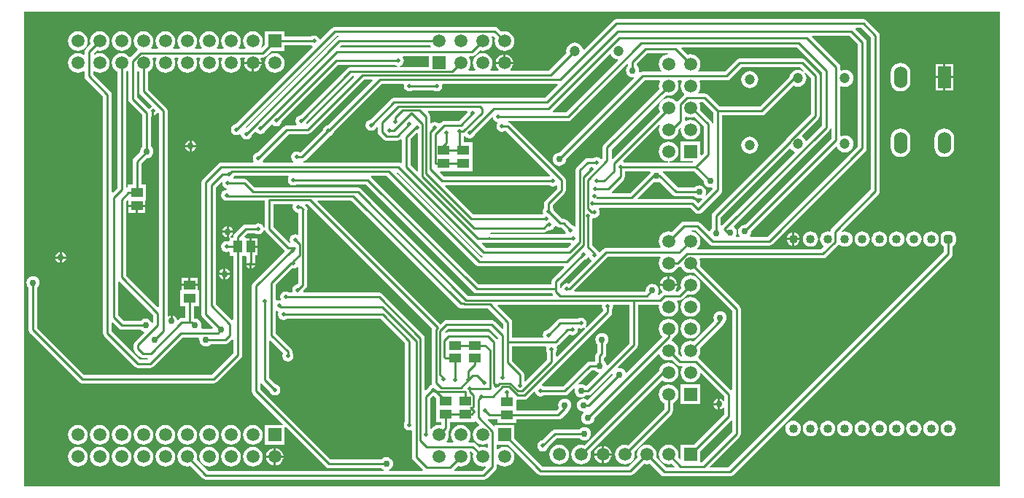
<source format=gbr>
G04 Layer_Physical_Order=2*
G04 Layer_Color=16711680*
%FSLAX25Y25*%
%MOIN*%
%TF.FileFunction,Copper,L2,Bot,Signal*%
%TF.Part,Single*%
G01*
G75*
%TA.AperFunction,SMDPad,CuDef*%
%ADD10R,0.04331X0.05512*%
%ADD11R,0.05512X0.04331*%
%TA.AperFunction,Conductor*%
%ADD23C,0.01000*%
%TA.AperFunction,ComponentPad*%
%ADD24C,0.05906*%
%ADD25R,0.05906X0.05906*%
%ADD26C,0.04724*%
G04:AMPARAMS|DCode=27|XSize=40mil|YSize=40mil|CornerRadius=10mil|HoleSize=0mil|Usage=FLASHONLY|Rotation=270.000|XOffset=0mil|YOffset=0mil|HoleType=Round|Shape=RoundedRectangle|*
%AMROUNDEDRECTD27*
21,1,0.04000,0.02000,0,0,270.0*
21,1,0.02000,0.04000,0,0,270.0*
1,1,0.02000,-0.01000,-0.01000*
1,1,0.02000,-0.01000,0.01000*
1,1,0.02000,0.01000,0.01000*
1,1,0.02000,0.01000,-0.01000*
%
%ADD27ROUNDEDRECTD27*%
%ADD28C,0.04000*%
%ADD29R,0.05906X0.05906*%
%ADD30O,0.06000X0.10000*%
%ADD31R,0.06000X0.10000*%
%TA.AperFunction,ViaPad*%
%ADD32C,0.03000*%
%ADD33C,0.02000*%
G36*
X447961Y2039D02*
X2039D01*
Y218961D01*
X447961D01*
Y2039D01*
D02*
G37*
%LPC*%
G36*
X272500Y215539D02*
X271720Y215384D01*
X271058Y214942D01*
X257763Y201647D01*
X257289Y201807D01*
X257263Y202008D01*
X256874Y202948D01*
X256255Y203755D01*
X255448Y204374D01*
X254508Y204763D01*
X253500Y204895D01*
X252492Y204763D01*
X251552Y204374D01*
X250745Y203755D01*
X250126Y202948D01*
X249737Y202008D01*
X249605Y201000D01*
X249722Y200106D01*
X241655Y192039D01*
X224304D01*
X224134Y192539D01*
X224319Y192681D01*
X224953Y193507D01*
X225351Y194468D01*
X225421Y195000D01*
X217579D01*
X217649Y194468D01*
X218047Y193507D01*
X218681Y192681D01*
X218865Y192539D01*
X218696Y192039D01*
X215087D01*
X214841Y192539D01*
X215389Y193254D01*
X215838Y194338D01*
X215991Y195500D01*
X215838Y196662D01*
X215389Y197746D01*
X214676Y198676D01*
X213746Y199390D01*
X212662Y199838D01*
X211500Y199991D01*
X210338Y199838D01*
X209254Y199390D01*
X208324Y198676D01*
X207611Y197746D01*
X207162Y196662D01*
X207009Y195500D01*
X207162Y194338D01*
X207611Y193254D01*
X208159Y192539D01*
X207913Y192039D01*
X205087D01*
X204841Y192539D01*
X205389Y193254D01*
X205838Y194338D01*
X205991Y195500D01*
X205838Y196662D01*
X205389Y197746D01*
X205185Y198012D01*
X205406Y198461D01*
X206500D01*
X207280Y198616D01*
X207942Y199058D01*
X210131Y201247D01*
X210338Y201162D01*
X211500Y201009D01*
X212662Y201162D01*
X213746Y201610D01*
X214676Y202324D01*
X215389Y203254D01*
X215838Y204338D01*
X215991Y205500D01*
X215838Y206662D01*
X215545Y207370D01*
X215817Y207805D01*
X216275Y207841D01*
X217247Y206869D01*
X217162Y206662D01*
X217009Y205500D01*
X217162Y204338D01*
X217611Y203254D01*
X218324Y202324D01*
X219254Y201610D01*
X220338Y201162D01*
X221500Y201009D01*
X222662Y201162D01*
X223746Y201610D01*
X224676Y202324D01*
X225390Y203254D01*
X225838Y204338D01*
X225991Y205500D01*
X225838Y206662D01*
X225390Y207746D01*
X224676Y208676D01*
X223746Y209389D01*
X222662Y209838D01*
X221500Y209991D01*
X220338Y209838D01*
X220131Y209753D01*
X218442Y211442D01*
X217780Y211884D01*
X217000Y212039D01*
X144000D01*
X143220Y211884D01*
X142558Y211442D01*
X137352Y206236D01*
X136874Y206381D01*
X136855Y206475D01*
X136302Y207302D01*
X135476Y207855D01*
X134500Y208049D01*
X133525Y207855D01*
X133052Y207539D01*
X120953D01*
Y209953D01*
X112047D01*
Y203931D01*
X110483Y202367D01*
X110355Y202388D01*
X110141Y202930D01*
X110389Y203254D01*
X110838Y204338D01*
X110991Y205500D01*
X110838Y206662D01*
X110389Y207746D01*
X109676Y208676D01*
X108746Y209389D01*
X107662Y209838D01*
X106500Y209991D01*
X105338Y209838D01*
X104254Y209389D01*
X103324Y208676D01*
X102611Y207746D01*
X102162Y206662D01*
X102009Y205500D01*
X102162Y204338D01*
X102611Y203254D01*
X103159Y202539D01*
X102913Y202039D01*
X100087D01*
X99841Y202539D01*
X100390Y203254D01*
X100838Y204338D01*
X100991Y205500D01*
X100838Y206662D01*
X100390Y207746D01*
X99676Y208676D01*
X98746Y209389D01*
X97662Y209838D01*
X96500Y209991D01*
X95338Y209838D01*
X94254Y209389D01*
X93324Y208676D01*
X92611Y207746D01*
X92162Y206662D01*
X92009Y205500D01*
X92162Y204338D01*
X92611Y203254D01*
X93159Y202539D01*
X92913Y202039D01*
X90087D01*
X89841Y202539D01*
X90390Y203254D01*
X90838Y204338D01*
X90991Y205500D01*
X90838Y206662D01*
X90390Y207746D01*
X89676Y208676D01*
X88746Y209389D01*
X87662Y209838D01*
X86500Y209991D01*
X85338Y209838D01*
X84254Y209389D01*
X83324Y208676D01*
X82610Y207746D01*
X82162Y206662D01*
X82009Y205500D01*
X82162Y204338D01*
X82610Y203254D01*
X83159Y202539D01*
X82913Y202039D01*
X80087D01*
X79841Y202539D01*
X80389Y203254D01*
X80838Y204338D01*
X80991Y205500D01*
X80838Y206662D01*
X80389Y207746D01*
X79676Y208676D01*
X78746Y209389D01*
X77662Y209838D01*
X76500Y209991D01*
X75338Y209838D01*
X74254Y209389D01*
X73324Y208676D01*
X72610Y207746D01*
X72162Y206662D01*
X72009Y205500D01*
X72162Y204338D01*
X72610Y203254D01*
X73159Y202539D01*
X72913Y202039D01*
X70087D01*
X69841Y202539D01*
X70389Y203254D01*
X70838Y204338D01*
X70991Y205500D01*
X70838Y206662D01*
X70389Y207746D01*
X69676Y208676D01*
X68746Y209389D01*
X67662Y209838D01*
X66500Y209991D01*
X65338Y209838D01*
X64254Y209389D01*
X63324Y208676D01*
X62611Y207746D01*
X62162Y206662D01*
X62009Y205500D01*
X62162Y204338D01*
X62611Y203254D01*
X63159Y202539D01*
X62913Y202039D01*
X60087D01*
X59841Y202539D01*
X60390Y203254D01*
X60838Y204338D01*
X60991Y205500D01*
X60838Y206662D01*
X60390Y207746D01*
X59676Y208676D01*
X58746Y209389D01*
X57662Y209838D01*
X56500Y209991D01*
X55338Y209838D01*
X54254Y209389D01*
X53324Y208676D01*
X52610Y207746D01*
X52162Y206662D01*
X52009Y205500D01*
X52162Y204338D01*
X52610Y203254D01*
X53324Y202324D01*
X53733Y202010D01*
X53717Y201511D01*
X53614Y201442D01*
X50453Y198280D01*
X49954Y198313D01*
X49676Y198676D01*
X48746Y199390D01*
X47662Y199838D01*
X46500Y199991D01*
X45338Y199838D01*
X44254Y199390D01*
X43324Y198676D01*
X42610Y197746D01*
X42162Y196662D01*
X42009Y195500D01*
X42162Y194338D01*
X42610Y193254D01*
X43324Y192324D01*
X44254Y191611D01*
X44461Y191525D01*
Y138345D01*
X42501Y136385D01*
X42039Y136576D01*
Y181000D01*
X42039Y181000D01*
X41884Y181780D01*
X41442Y182442D01*
X41442Y182442D01*
X33539Y190345D01*
Y191594D01*
X33988Y191815D01*
X34254Y191611D01*
X35338Y191162D01*
X36500Y191009D01*
X37662Y191162D01*
X38746Y191611D01*
X39676Y192324D01*
X40389Y193254D01*
X40838Y194338D01*
X40991Y195500D01*
X40838Y196662D01*
X40389Y197746D01*
X39676Y198676D01*
X38746Y199390D01*
X37662Y199838D01*
X36500Y199991D01*
X35338Y199838D01*
X34301Y199409D01*
X34204Y199416D01*
X33767Y199645D01*
X33740Y199856D01*
X35131Y201247D01*
X35338Y201162D01*
X36500Y201009D01*
X37662Y201162D01*
X38746Y201610D01*
X39676Y202324D01*
X40389Y203254D01*
X40838Y204338D01*
X40991Y205500D01*
X40838Y206662D01*
X40389Y207746D01*
X39676Y208676D01*
X38746Y209389D01*
X37662Y209838D01*
X36500Y209991D01*
X35338Y209838D01*
X34254Y209389D01*
X33324Y208676D01*
X32610Y207746D01*
X32162Y206662D01*
X32009Y205500D01*
X32162Y204338D01*
X32247Y204131D01*
X30058Y201942D01*
X29616Y201280D01*
X29461Y200500D01*
Y199406D01*
X29012Y199185D01*
X28746Y199390D01*
X27662Y199838D01*
X26500Y199991D01*
X25338Y199838D01*
X24254Y199390D01*
X23324Y198676D01*
X22611Y197746D01*
X22162Y196662D01*
X22009Y195500D01*
X22162Y194338D01*
X22611Y193254D01*
X23324Y192324D01*
X24254Y191611D01*
X25338Y191162D01*
X26500Y191009D01*
X27662Y191162D01*
X28746Y191611D01*
X29012Y191815D01*
X29461Y191594D01*
Y189500D01*
X29616Y188720D01*
X30058Y188058D01*
X37961Y180155D01*
Y72000D01*
X38116Y71220D01*
X38558Y70558D01*
X52560Y56556D01*
X53222Y56114D01*
X54002Y55959D01*
X59525D01*
X60305Y56114D01*
X60966Y56556D01*
X74371Y69961D01*
X81646D01*
X82035Y69461D01*
X81974Y69000D01*
X82077Y68217D01*
X82380Y67487D01*
X82860Y66860D01*
X83487Y66379D01*
X84217Y66077D01*
X85000Y65974D01*
X85783Y66077D01*
X86513Y66379D01*
X87140Y66860D01*
X87217Y66961D01*
X94000D01*
X94780Y67116D01*
X95442Y67558D01*
X97008Y69124D01*
X97508Y68917D01*
Y62892D01*
X87655Y53039D01*
X29345D01*
X8039Y74345D01*
Y92783D01*
X8140Y92860D01*
X8620Y93487D01*
X8923Y94217D01*
X9026Y95000D01*
X8923Y95783D01*
X8620Y96513D01*
X8140Y97140D01*
X7513Y97620D01*
X6783Y97923D01*
X6000Y98026D01*
X5217Y97923D01*
X4487Y97620D01*
X3860Y97140D01*
X3379Y96513D01*
X3077Y95783D01*
X2974Y95000D01*
X3077Y94217D01*
X3379Y93487D01*
X3860Y92860D01*
X3961Y92783D01*
Y73500D01*
X4116Y72720D01*
X4558Y72058D01*
X27058Y49558D01*
X27058Y49558D01*
X27720Y49116D01*
X28500Y48961D01*
X28500Y48961D01*
X88500D01*
X89280Y49116D01*
X89942Y49558D01*
X100989Y60605D01*
X101431Y61267D01*
X101586Y62047D01*
Y107244D01*
X103213D01*
X103414Y106827D01*
Y103953D01*
X107492D01*
Y107744D01*
X108618D01*
Y111000D01*
X105453D01*
Y111500D01*
X104953D01*
Y115256D01*
X103213D01*
Y115756D01*
X102793D01*
X102602Y116218D01*
X104047Y117664D01*
X107552D01*
X108025Y117348D01*
X109000Y117154D01*
X109976Y117348D01*
X110802Y117900D01*
X111355Y118727D01*
X111480Y119355D01*
X111990Y119355D01*
X112116Y118720D01*
X112558Y118058D01*
X120786Y109830D01*
X120820Y109157D01*
X106558Y94895D01*
X106116Y94233D01*
X105961Y93453D01*
Y45500D01*
X106116Y44720D01*
X106558Y44058D01*
X120202Y30415D01*
X120010Y29953D01*
X112047D01*
Y21047D01*
X120953D01*
Y29010D01*
X121415Y29201D01*
X139761Y10855D01*
X140422Y10413D01*
X141203Y10258D01*
X165283D01*
X165360Y10158D01*
X165987Y9677D01*
X166319Y9539D01*
X166220Y9039D01*
X85845D01*
X80753Y14131D01*
X80838Y14338D01*
X80991Y15500D01*
X80838Y16662D01*
X80389Y17746D01*
X79676Y18676D01*
X78746Y19389D01*
X77662Y19838D01*
X76500Y19991D01*
X75338Y19838D01*
X74254Y19389D01*
X73324Y18676D01*
X72610Y17746D01*
X72162Y16662D01*
X72009Y15500D01*
X72162Y14338D01*
X72610Y13254D01*
X73324Y12324D01*
X74254Y11610D01*
X75338Y11162D01*
X76500Y11009D01*
X77662Y11162D01*
X77869Y11247D01*
X83558Y5558D01*
X83558Y5558D01*
X84220Y5116D01*
X85000Y4961D01*
X85000Y4961D01*
X212000D01*
X212780Y5116D01*
X213442Y5558D01*
X217442Y9558D01*
X217884Y10220D01*
X218039Y11000D01*
Y11913D01*
X218539Y12159D01*
X219254Y11610D01*
X220338Y11162D01*
X221500Y11009D01*
X222662Y11162D01*
X223746Y11610D01*
X224676Y12324D01*
X225390Y13254D01*
X225838Y14338D01*
X225991Y15500D01*
X225838Y16662D01*
X225390Y17746D01*
X224676Y18676D01*
X223746Y19389D01*
X222662Y19838D01*
X221500Y19991D01*
X220338Y19838D01*
X219254Y19389D01*
X218539Y18841D01*
X218039Y19087D01*
Y21047D01*
X223069D01*
X236558Y7558D01*
X237220Y7116D01*
X238000Y6961D01*
X279000D01*
X279780Y7116D01*
X280442Y7558D01*
X285131Y12247D01*
X285338Y12162D01*
X286500Y12009D01*
X287662Y12162D01*
X287869Y12247D01*
X293058Y7058D01*
X293720Y6616D01*
X294500Y6461D01*
X324500D01*
X325280Y6616D01*
X325942Y7058D01*
X425733Y106849D01*
X426175Y107511D01*
X426331Y108291D01*
X426331Y108291D01*
Y111688D01*
X427094Y112198D01*
X427646Y113024D01*
X427840Y114000D01*
Y116000D01*
X427646Y116975D01*
X427094Y117802D01*
X426267Y118355D01*
X425291Y118549D01*
X423291D01*
X422316Y118355D01*
X421489Y117802D01*
X420936Y116975D01*
X420742Y116000D01*
Y114000D01*
X420936Y113024D01*
X421489Y112198D01*
X422252Y111688D01*
Y109136D01*
X323655Y10539D01*
X315576D01*
X315385Y11001D01*
X328942Y24558D01*
X329384Y25220D01*
X329539Y26000D01*
Y83000D01*
X329384Y83780D01*
X328942Y84442D01*
X328942Y84442D01*
X310753Y102631D01*
X310838Y102838D01*
X310991Y104000D01*
X310838Y105162D01*
X310596Y105748D01*
X310873Y106164D01*
X366972D01*
X367753Y106319D01*
X368414Y106761D01*
X373865Y112212D01*
X373865Y112212D01*
X373995Y112407D01*
X374486Y112493D01*
X374624Y112448D01*
X375282Y111943D01*
X376134Y111590D01*
X377047Y111470D01*
X377961Y111590D01*
X378812Y111943D01*
X379543Y112504D01*
X380104Y113235D01*
X380457Y114086D01*
X380577Y115000D01*
X380457Y115914D01*
X380104Y116765D01*
X379543Y117496D01*
X378812Y118057D01*
X377961Y118410D01*
X377047Y118530D01*
X376134Y118410D01*
X375907Y118316D01*
X375624Y118740D01*
X392442Y135558D01*
X392884Y136220D01*
X393039Y137000D01*
Y208000D01*
X392884Y208780D01*
X392442Y209442D01*
X392442Y209442D01*
X386942Y214942D01*
X386280Y215384D01*
X385500Y215539D01*
X272500D01*
X272500Y215539D01*
D02*
G37*
G36*
X46500Y209991D02*
X45338Y209838D01*
X44254Y209389D01*
X43324Y208676D01*
X42610Y207746D01*
X42162Y206662D01*
X42009Y205500D01*
X42162Y204338D01*
X42610Y203254D01*
X43324Y202324D01*
X44254Y201610D01*
X45338Y201162D01*
X46500Y201009D01*
X47662Y201162D01*
X48746Y201610D01*
X49676Y202324D01*
X50389Y203254D01*
X50838Y204338D01*
X50991Y205500D01*
X50838Y206662D01*
X50389Y207746D01*
X49676Y208676D01*
X48746Y209389D01*
X47662Y209838D01*
X46500Y209991D01*
D02*
G37*
G36*
X26500D02*
X25338Y209838D01*
X24254Y209389D01*
X23324Y208676D01*
X22611Y207746D01*
X22162Y206662D01*
X22009Y205500D01*
X22162Y204338D01*
X22611Y203254D01*
X23324Y202324D01*
X24254Y201610D01*
X25338Y201162D01*
X26500Y201009D01*
X27662Y201162D01*
X28746Y201610D01*
X29676Y202324D01*
X30389Y203254D01*
X30838Y204338D01*
X30991Y205500D01*
X30838Y206662D01*
X30389Y207746D01*
X29676Y208676D01*
X28746Y209389D01*
X27662Y209838D01*
X26500Y209991D01*
D02*
G37*
G36*
X222000Y199421D02*
Y196000D01*
X225421D01*
X225351Y196532D01*
X224953Y197493D01*
X224319Y198319D01*
X223493Y198953D01*
X222532Y199351D01*
X222000Y199421D01*
D02*
G37*
G36*
X221000D02*
X220468Y199351D01*
X219507Y198953D01*
X218681Y198319D01*
X218047Y197493D01*
X217649Y196532D01*
X217579Y196000D01*
X221000D01*
Y199421D01*
D02*
G37*
G36*
X426500Y195000D02*
X423000D01*
Y189500D01*
X426500D01*
Y195000D01*
D02*
G37*
G36*
X422000D02*
X418500D01*
Y189500D01*
X422000D01*
Y195000D01*
D02*
G37*
G36*
X426500Y188500D02*
X423000D01*
Y183000D01*
X426500D01*
Y188500D01*
D02*
G37*
G36*
X422000D02*
X418500D01*
Y183000D01*
X422000D01*
Y188500D01*
D02*
G37*
G36*
X402500Y195539D02*
X401325Y195384D01*
X400231Y194931D01*
X399291Y194209D01*
X398569Y193269D01*
X398116Y192175D01*
X397961Y191000D01*
Y187000D01*
X398116Y185825D01*
X398569Y184731D01*
X399291Y183791D01*
X400231Y183069D01*
X401325Y182616D01*
X402500Y182461D01*
X403675Y182616D01*
X404769Y183069D01*
X405709Y183791D01*
X406431Y184731D01*
X406884Y185825D01*
X407039Y187000D01*
Y191000D01*
X406884Y192175D01*
X406431Y193269D01*
X405709Y194209D01*
X404769Y194931D01*
X403675Y195384D01*
X402500Y195539D01*
D02*
G37*
G36*
X422500Y165539D02*
X421325Y165384D01*
X420231Y164931D01*
X419291Y164209D01*
X418569Y163269D01*
X418116Y162175D01*
X417961Y161000D01*
Y157000D01*
X418116Y155825D01*
X418569Y154731D01*
X419291Y153791D01*
X420231Y153069D01*
X421325Y152616D01*
X422500Y152461D01*
X423675Y152616D01*
X424769Y153069D01*
X425709Y153791D01*
X426431Y154731D01*
X426884Y155825D01*
X427039Y157000D01*
Y161000D01*
X426884Y162175D01*
X426431Y163269D01*
X425709Y164209D01*
X424769Y164931D01*
X423675Y165384D01*
X422500Y165539D01*
D02*
G37*
G36*
X402500D02*
X401325Y165384D01*
X400231Y164931D01*
X399291Y164209D01*
X398569Y163269D01*
X398116Y162175D01*
X397961Y161000D01*
Y157000D01*
X398116Y155825D01*
X398569Y154731D01*
X399291Y153791D01*
X400231Y153069D01*
X401325Y152616D01*
X402500Y152461D01*
X403675Y152616D01*
X404769Y153069D01*
X405709Y153791D01*
X406431Y154731D01*
X406884Y155825D01*
X407039Y157000D01*
Y161000D01*
X406884Y162175D01*
X406431Y163269D01*
X405709Y164209D01*
X404769Y164931D01*
X403675Y165384D01*
X402500Y165539D01*
D02*
G37*
G36*
X108618Y115256D02*
X105953D01*
Y112000D01*
X108618D01*
Y115256D01*
D02*
G37*
G36*
X416417Y118530D02*
X415504Y118410D01*
X414652Y118057D01*
X413921Y117496D01*
X413360Y116765D01*
X413007Y115914D01*
X412887Y115000D01*
X413007Y114086D01*
X413360Y113235D01*
X413921Y112504D01*
X414652Y111943D01*
X415504Y111590D01*
X416417Y111470D01*
X417331Y111590D01*
X418182Y111943D01*
X418914Y112504D01*
X419475Y113235D01*
X419827Y114086D01*
X419947Y115000D01*
X419827Y115914D01*
X419475Y116765D01*
X418914Y117496D01*
X418182Y118057D01*
X417331Y118410D01*
X416417Y118530D01*
D02*
G37*
G36*
X408543D02*
X407630Y118410D01*
X406778Y118057D01*
X406047Y117496D01*
X405486Y116765D01*
X405133Y115914D01*
X405013Y115000D01*
X405133Y114086D01*
X405486Y113235D01*
X406047Y112504D01*
X406778Y111943D01*
X407630Y111590D01*
X408543Y111470D01*
X409457Y111590D01*
X410308Y111943D01*
X411039Y112504D01*
X411601Y113235D01*
X411953Y114086D01*
X412074Y115000D01*
X411953Y115914D01*
X411601Y116765D01*
X411039Y117496D01*
X410308Y118057D01*
X409457Y118410D01*
X408543Y118530D01*
D02*
G37*
G36*
X400669D02*
X399756Y118410D01*
X398904Y118057D01*
X398173Y117496D01*
X397612Y116765D01*
X397259Y115914D01*
X397139Y115000D01*
X397259Y114086D01*
X397612Y113235D01*
X398173Y112504D01*
X398904Y111943D01*
X399756Y111590D01*
X400669Y111470D01*
X401583Y111590D01*
X402434Y111943D01*
X403165Y112504D01*
X403726Y113235D01*
X404079Y114086D01*
X404200Y115000D01*
X404079Y115914D01*
X403726Y116765D01*
X403165Y117496D01*
X402434Y118057D01*
X401583Y118410D01*
X400669Y118530D01*
D02*
G37*
G36*
X392795D02*
X391882Y118410D01*
X391030Y118057D01*
X390299Y117496D01*
X389738Y116765D01*
X389385Y115914D01*
X389265Y115000D01*
X389385Y114086D01*
X389738Y113235D01*
X390299Y112504D01*
X391030Y111943D01*
X391882Y111590D01*
X392795Y111470D01*
X393709Y111590D01*
X394560Y111943D01*
X395291Y112504D01*
X395852Y113235D01*
X396205Y114086D01*
X396325Y115000D01*
X396205Y115914D01*
X395852Y116765D01*
X395291Y117496D01*
X394560Y118057D01*
X393709Y118410D01*
X392795Y118530D01*
D02*
G37*
G36*
X384921D02*
X384008Y118410D01*
X383156Y118057D01*
X382425Y117496D01*
X381864Y116765D01*
X381511Y115914D01*
X381391Y115000D01*
X381511Y114086D01*
X381864Y113235D01*
X382425Y112504D01*
X383156Y111943D01*
X384008Y111590D01*
X384921Y111470D01*
X385835Y111590D01*
X386686Y111943D01*
X387418Y112504D01*
X387979Y113235D01*
X388331Y114086D01*
X388452Y115000D01*
X388331Y115914D01*
X387979Y116765D01*
X387418Y117496D01*
X386686Y118057D01*
X385835Y118410D01*
X384921Y118530D01*
D02*
G37*
G36*
X19169Y109060D02*
Y107110D01*
X21118D01*
X21023Y107586D01*
X20471Y108413D01*
X19644Y108965D01*
X19169Y109060D01*
D02*
G37*
G36*
X18169D02*
X17693Y108965D01*
X16866Y108413D01*
X16314Y107586D01*
X16219Y107110D01*
X18169D01*
Y109060D01*
D02*
G37*
G36*
X21118Y106110D02*
X19169D01*
Y104161D01*
X19644Y104255D01*
X20471Y104808D01*
X21023Y105635D01*
X21118Y106110D01*
D02*
G37*
G36*
X18169D02*
X16219D01*
X16314Y105635D01*
X16866Y104808D01*
X17693Y104255D01*
X18169Y104161D01*
Y106110D01*
D02*
G37*
G36*
X107393Y102953D02*
X105953D01*
Y101513D01*
X106233Y101569D01*
X106895Y102011D01*
X107337Y102672D01*
X107393Y102953D01*
D02*
G37*
G36*
X104953D02*
X103513D01*
X103569Y102672D01*
X104011Y102011D01*
X104672Y101569D01*
X104953Y101513D01*
Y102953D01*
D02*
G37*
G36*
X424291Y31916D02*
X423378Y31796D01*
X422526Y31443D01*
X421795Y30882D01*
X421234Y30151D01*
X420881Y29300D01*
X420761Y28386D01*
X420881Y27472D01*
X421234Y26621D01*
X421795Y25890D01*
X422526Y25329D01*
X423378Y24976D01*
X424291Y24856D01*
X425205Y24976D01*
X426056Y25329D01*
X426788Y25890D01*
X427349Y26621D01*
X427701Y27472D01*
X427821Y28386D01*
X427701Y29300D01*
X427349Y30151D01*
X426788Y30882D01*
X426056Y31443D01*
X425205Y31796D01*
X424291Y31916D01*
D02*
G37*
G36*
X416417D02*
X415504Y31796D01*
X414652Y31443D01*
X413921Y30882D01*
X413360Y30151D01*
X413007Y29300D01*
X412887Y28386D01*
X413007Y27472D01*
X413360Y26621D01*
X413921Y25890D01*
X414652Y25329D01*
X415504Y24976D01*
X416417Y24856D01*
X417331Y24976D01*
X418182Y25329D01*
X418914Y25890D01*
X419475Y26621D01*
X419827Y27472D01*
X419947Y28386D01*
X419827Y29300D01*
X419475Y30151D01*
X418914Y30882D01*
X418182Y31443D01*
X417331Y31796D01*
X416417Y31916D01*
D02*
G37*
G36*
X408543D02*
X407630Y31796D01*
X406778Y31443D01*
X406047Y30882D01*
X405486Y30151D01*
X405133Y29300D01*
X405013Y28386D01*
X405133Y27472D01*
X405486Y26621D01*
X406047Y25890D01*
X406778Y25329D01*
X407630Y24976D01*
X408543Y24856D01*
X409457Y24976D01*
X410308Y25329D01*
X411039Y25890D01*
X411601Y26621D01*
X411953Y27472D01*
X412074Y28386D01*
X411953Y29300D01*
X411601Y30151D01*
X411039Y30882D01*
X410308Y31443D01*
X409457Y31796D01*
X408543Y31916D01*
D02*
G37*
G36*
X400669D02*
X399756Y31796D01*
X398904Y31443D01*
X398173Y30882D01*
X397612Y30151D01*
X397259Y29300D01*
X397139Y28386D01*
X397259Y27472D01*
X397612Y26621D01*
X398173Y25890D01*
X398904Y25329D01*
X399756Y24976D01*
X400669Y24856D01*
X401583Y24976D01*
X402434Y25329D01*
X403165Y25890D01*
X403726Y26621D01*
X404079Y27472D01*
X404200Y28386D01*
X404079Y29300D01*
X403726Y30151D01*
X403165Y30882D01*
X402434Y31443D01*
X401583Y31796D01*
X400669Y31916D01*
D02*
G37*
G36*
X392795D02*
X391882Y31796D01*
X391030Y31443D01*
X390299Y30882D01*
X389738Y30151D01*
X389385Y29300D01*
X389265Y28386D01*
X389385Y27472D01*
X389738Y26621D01*
X390299Y25890D01*
X391030Y25329D01*
X391882Y24976D01*
X392795Y24856D01*
X393709Y24976D01*
X394560Y25329D01*
X395291Y25890D01*
X395852Y26621D01*
X396205Y27472D01*
X396325Y28386D01*
X396205Y29300D01*
X395852Y30151D01*
X395291Y30882D01*
X394560Y31443D01*
X393709Y31796D01*
X392795Y31916D01*
D02*
G37*
G36*
X384921D02*
X384008Y31796D01*
X383156Y31443D01*
X382425Y30882D01*
X381864Y30151D01*
X381511Y29300D01*
X381391Y28386D01*
X381511Y27472D01*
X381864Y26621D01*
X382425Y25890D01*
X383156Y25329D01*
X384008Y24976D01*
X384921Y24856D01*
X385835Y24976D01*
X386686Y25329D01*
X387418Y25890D01*
X387979Y26621D01*
X388331Y27472D01*
X388452Y28386D01*
X388331Y29300D01*
X387979Y30151D01*
X387418Y30882D01*
X386686Y31443D01*
X385835Y31796D01*
X384921Y31916D01*
D02*
G37*
G36*
X377047D02*
X376134Y31796D01*
X375282Y31443D01*
X374551Y30882D01*
X373990Y30151D01*
X373637Y29300D01*
X373517Y28386D01*
X373637Y27472D01*
X373990Y26621D01*
X374551Y25890D01*
X375282Y25329D01*
X376134Y24976D01*
X377047Y24856D01*
X377961Y24976D01*
X378812Y25329D01*
X379543Y25890D01*
X380104Y26621D01*
X380457Y27472D01*
X380577Y28386D01*
X380457Y29300D01*
X380104Y30151D01*
X379543Y30882D01*
X378812Y31443D01*
X377961Y31796D01*
X377047Y31916D01*
D02*
G37*
G36*
X369173D02*
X368260Y31796D01*
X367408Y31443D01*
X366677Y30882D01*
X366116Y30151D01*
X365763Y29300D01*
X365643Y28386D01*
X365763Y27472D01*
X366116Y26621D01*
X366677Y25890D01*
X367408Y25329D01*
X368260Y24976D01*
X369173Y24856D01*
X370087Y24976D01*
X370938Y25329D01*
X371670Y25890D01*
X372231Y26621D01*
X372583Y27472D01*
X372703Y28386D01*
X372583Y29300D01*
X372231Y30151D01*
X371670Y30882D01*
X370938Y31443D01*
X370087Y31796D01*
X369173Y31916D01*
D02*
G37*
G36*
X361299D02*
X360385Y31796D01*
X359534Y31443D01*
X358803Y30882D01*
X358242Y30151D01*
X357889Y29300D01*
X357769Y28386D01*
X357889Y27472D01*
X358242Y26621D01*
X358803Y25890D01*
X359534Y25329D01*
X360385Y24976D01*
X361299Y24856D01*
X362213Y24976D01*
X363064Y25329D01*
X363795Y25890D01*
X364356Y26621D01*
X364709Y27472D01*
X364829Y28386D01*
X364709Y29300D01*
X364356Y30151D01*
X363795Y30882D01*
X363064Y31443D01*
X362213Y31796D01*
X361299Y31916D01*
D02*
G37*
G36*
X353425D02*
X352512Y31796D01*
X351660Y31443D01*
X350929Y30882D01*
X350368Y30151D01*
X350015Y29300D01*
X349895Y28386D01*
X350015Y27472D01*
X350368Y26621D01*
X350929Y25890D01*
X351660Y25329D01*
X352512Y24976D01*
X353425Y24856D01*
X354339Y24976D01*
X355190Y25329D01*
X355921Y25890D01*
X356482Y26621D01*
X356835Y27472D01*
X356955Y28386D01*
X356835Y29300D01*
X356482Y30151D01*
X355921Y30882D01*
X355190Y31443D01*
X354339Y31796D01*
X353425Y31916D01*
D02*
G37*
G36*
X106500Y29991D02*
X105338Y29838D01*
X104254Y29390D01*
X103324Y28676D01*
X102611Y27746D01*
X102162Y26662D01*
X102009Y25500D01*
X102162Y24338D01*
X102611Y23254D01*
X103324Y22324D01*
X104254Y21610D01*
X105338Y21162D01*
X106500Y21009D01*
X107662Y21162D01*
X108746Y21610D01*
X109676Y22324D01*
X110389Y23254D01*
X110838Y24338D01*
X110991Y25500D01*
X110838Y26662D01*
X110389Y27746D01*
X109676Y28676D01*
X108746Y29390D01*
X107662Y29838D01*
X106500Y29991D01*
D02*
G37*
G36*
X96500D02*
X95338Y29838D01*
X94254Y29390D01*
X93324Y28676D01*
X92611Y27746D01*
X92162Y26662D01*
X92009Y25500D01*
X92162Y24338D01*
X92611Y23254D01*
X93324Y22324D01*
X94254Y21610D01*
X95338Y21162D01*
X96500Y21009D01*
X97662Y21162D01*
X98746Y21610D01*
X99676Y22324D01*
X100390Y23254D01*
X100838Y24338D01*
X100991Y25500D01*
X100838Y26662D01*
X100390Y27746D01*
X99676Y28676D01*
X98746Y29390D01*
X97662Y29838D01*
X96500Y29991D01*
D02*
G37*
G36*
X86500D02*
X85338Y29838D01*
X84254Y29390D01*
X83324Y28676D01*
X82610Y27746D01*
X82162Y26662D01*
X82009Y25500D01*
X82162Y24338D01*
X82610Y23254D01*
X83324Y22324D01*
X84254Y21610D01*
X85338Y21162D01*
X86500Y21009D01*
X87662Y21162D01*
X88746Y21610D01*
X89676Y22324D01*
X90390Y23254D01*
X90838Y24338D01*
X90991Y25500D01*
X90838Y26662D01*
X90390Y27746D01*
X89676Y28676D01*
X88746Y29390D01*
X87662Y29838D01*
X86500Y29991D01*
D02*
G37*
G36*
X76500D02*
X75338Y29838D01*
X74254Y29390D01*
X73324Y28676D01*
X72610Y27746D01*
X72162Y26662D01*
X72009Y25500D01*
X72162Y24338D01*
X72610Y23254D01*
X73324Y22324D01*
X74254Y21610D01*
X75338Y21162D01*
X76500Y21009D01*
X77662Y21162D01*
X78746Y21610D01*
X79676Y22324D01*
X80389Y23254D01*
X80838Y24338D01*
X80991Y25500D01*
X80838Y26662D01*
X80389Y27746D01*
X79676Y28676D01*
X78746Y29390D01*
X77662Y29838D01*
X76500Y29991D01*
D02*
G37*
G36*
X66500D02*
X65338Y29838D01*
X64254Y29390D01*
X63324Y28676D01*
X62611Y27746D01*
X62162Y26662D01*
X62009Y25500D01*
X62162Y24338D01*
X62611Y23254D01*
X63324Y22324D01*
X64254Y21610D01*
X65338Y21162D01*
X66500Y21009D01*
X67662Y21162D01*
X68746Y21610D01*
X69676Y22324D01*
X70389Y23254D01*
X70838Y24338D01*
X70991Y25500D01*
X70838Y26662D01*
X70389Y27746D01*
X69676Y28676D01*
X68746Y29390D01*
X67662Y29838D01*
X66500Y29991D01*
D02*
G37*
G36*
X56500D02*
X55338Y29838D01*
X54254Y29390D01*
X53324Y28676D01*
X52610Y27746D01*
X52162Y26662D01*
X52009Y25500D01*
X52162Y24338D01*
X52610Y23254D01*
X53324Y22324D01*
X54254Y21610D01*
X55338Y21162D01*
X56500Y21009D01*
X57662Y21162D01*
X58746Y21610D01*
X59676Y22324D01*
X60390Y23254D01*
X60838Y24338D01*
X60991Y25500D01*
X60838Y26662D01*
X60390Y27746D01*
X59676Y28676D01*
X58746Y29390D01*
X57662Y29838D01*
X56500Y29991D01*
D02*
G37*
G36*
X46500D02*
X45338Y29838D01*
X44254Y29390D01*
X43324Y28676D01*
X42610Y27746D01*
X42162Y26662D01*
X42009Y25500D01*
X42162Y24338D01*
X42610Y23254D01*
X43324Y22324D01*
X44254Y21610D01*
X45338Y21162D01*
X46500Y21009D01*
X47662Y21162D01*
X48746Y21610D01*
X49676Y22324D01*
X50389Y23254D01*
X50838Y24338D01*
X50991Y25500D01*
X50838Y26662D01*
X50389Y27746D01*
X49676Y28676D01*
X48746Y29390D01*
X47662Y29838D01*
X46500Y29991D01*
D02*
G37*
G36*
X36500D02*
X35338Y29838D01*
X34254Y29390D01*
X33324Y28676D01*
X32610Y27746D01*
X32162Y26662D01*
X32009Y25500D01*
X32162Y24338D01*
X32610Y23254D01*
X33324Y22324D01*
X34254Y21610D01*
X35338Y21162D01*
X36500Y21009D01*
X37662Y21162D01*
X38746Y21610D01*
X39676Y22324D01*
X40389Y23254D01*
X40838Y24338D01*
X40991Y25500D01*
X40838Y26662D01*
X40389Y27746D01*
X39676Y28676D01*
X38746Y29390D01*
X37662Y29838D01*
X36500Y29991D01*
D02*
G37*
G36*
X26500D02*
X25338Y29838D01*
X24254Y29390D01*
X23324Y28676D01*
X22611Y27746D01*
X22162Y26662D01*
X22009Y25500D01*
X22162Y24338D01*
X22611Y23254D01*
X23324Y22324D01*
X24254Y21610D01*
X25338Y21162D01*
X26500Y21009D01*
X27662Y21162D01*
X28746Y21610D01*
X29676Y22324D01*
X30389Y23254D01*
X30838Y24338D01*
X30991Y25500D01*
X30838Y26662D01*
X30389Y27746D01*
X29676Y28676D01*
X28746Y29390D01*
X27662Y29838D01*
X26500Y29991D01*
D02*
G37*
G36*
X117000Y19421D02*
Y16000D01*
X120421D01*
X120351Y16532D01*
X119953Y17493D01*
X119319Y18319D01*
X118493Y18953D01*
X117532Y19351D01*
X117000Y19421D01*
D02*
G37*
G36*
X116000D02*
X115468Y19351D01*
X114507Y18953D01*
X113681Y18319D01*
X113047Y17493D01*
X112649Y16532D01*
X112579Y16000D01*
X116000D01*
Y19421D01*
D02*
G37*
G36*
X120421Y15000D02*
X117000D01*
Y11579D01*
X117532Y11649D01*
X118493Y12047D01*
X119319Y12681D01*
X119953Y13507D01*
X120351Y14468D01*
X120421Y15000D01*
D02*
G37*
G36*
X116000D02*
X112579D01*
X112649Y14468D01*
X113047Y13507D01*
X113681Y12681D01*
X114507Y12047D01*
X115468Y11649D01*
X116000Y11579D01*
Y15000D01*
D02*
G37*
G36*
X106500Y19991D02*
X105338Y19838D01*
X104254Y19389D01*
X103324Y18676D01*
X102611Y17746D01*
X102162Y16662D01*
X102009Y15500D01*
X102162Y14338D01*
X102611Y13254D01*
X103324Y12324D01*
X104254Y11610D01*
X105338Y11162D01*
X106500Y11009D01*
X107662Y11162D01*
X108746Y11610D01*
X109676Y12324D01*
X110389Y13254D01*
X110838Y14338D01*
X110991Y15500D01*
X110838Y16662D01*
X110389Y17746D01*
X109676Y18676D01*
X108746Y19389D01*
X107662Y19838D01*
X106500Y19991D01*
D02*
G37*
G36*
X96500D02*
X95338Y19838D01*
X94254Y19389D01*
X93324Y18676D01*
X92611Y17746D01*
X92162Y16662D01*
X92009Y15500D01*
X92162Y14338D01*
X92611Y13254D01*
X93324Y12324D01*
X94254Y11610D01*
X95338Y11162D01*
X96500Y11009D01*
X97662Y11162D01*
X98746Y11610D01*
X99676Y12324D01*
X100390Y13254D01*
X100838Y14338D01*
X100991Y15500D01*
X100838Y16662D01*
X100390Y17746D01*
X99676Y18676D01*
X98746Y19389D01*
X97662Y19838D01*
X96500Y19991D01*
D02*
G37*
G36*
X86500D02*
X85338Y19838D01*
X84254Y19389D01*
X83324Y18676D01*
X82610Y17746D01*
X82162Y16662D01*
X82009Y15500D01*
X82162Y14338D01*
X82610Y13254D01*
X83324Y12324D01*
X84254Y11610D01*
X85338Y11162D01*
X86500Y11009D01*
X87662Y11162D01*
X88746Y11610D01*
X89676Y12324D01*
X90390Y13254D01*
X90838Y14338D01*
X90991Y15500D01*
X90838Y16662D01*
X90390Y17746D01*
X89676Y18676D01*
X88746Y19389D01*
X87662Y19838D01*
X86500Y19991D01*
D02*
G37*
G36*
X66500D02*
X65338Y19838D01*
X64254Y19389D01*
X63324Y18676D01*
X62611Y17746D01*
X62162Y16662D01*
X62009Y15500D01*
X62162Y14338D01*
X62611Y13254D01*
X63324Y12324D01*
X64254Y11610D01*
X65338Y11162D01*
X66500Y11009D01*
X67662Y11162D01*
X68746Y11610D01*
X69676Y12324D01*
X70389Y13254D01*
X70838Y14338D01*
X70991Y15500D01*
X70838Y16662D01*
X70389Y17746D01*
X69676Y18676D01*
X68746Y19389D01*
X67662Y19838D01*
X66500Y19991D01*
D02*
G37*
G36*
X56500D02*
X55338Y19838D01*
X54254Y19389D01*
X53324Y18676D01*
X52610Y17746D01*
X52162Y16662D01*
X52009Y15500D01*
X52162Y14338D01*
X52610Y13254D01*
X53324Y12324D01*
X54254Y11610D01*
X55338Y11162D01*
X56500Y11009D01*
X57662Y11162D01*
X58746Y11610D01*
X59676Y12324D01*
X60390Y13254D01*
X60838Y14338D01*
X60991Y15500D01*
X60838Y16662D01*
X60390Y17746D01*
X59676Y18676D01*
X58746Y19389D01*
X57662Y19838D01*
X56500Y19991D01*
D02*
G37*
G36*
X46500D02*
X45338Y19838D01*
X44254Y19389D01*
X43324Y18676D01*
X42610Y17746D01*
X42162Y16662D01*
X42009Y15500D01*
X42162Y14338D01*
X42610Y13254D01*
X43324Y12324D01*
X44254Y11610D01*
X45338Y11162D01*
X46500Y11009D01*
X47662Y11162D01*
X48746Y11610D01*
X49676Y12324D01*
X50389Y13254D01*
X50838Y14338D01*
X50991Y15500D01*
X50838Y16662D01*
X50389Y17746D01*
X49676Y18676D01*
X48746Y19389D01*
X47662Y19838D01*
X46500Y19991D01*
D02*
G37*
G36*
X36500D02*
X35338Y19838D01*
X34254Y19389D01*
X33324Y18676D01*
X32610Y17746D01*
X32162Y16662D01*
X32009Y15500D01*
X32162Y14338D01*
X32610Y13254D01*
X33324Y12324D01*
X34254Y11610D01*
X35338Y11162D01*
X36500Y11009D01*
X37662Y11162D01*
X38746Y11610D01*
X39676Y12324D01*
X40389Y13254D01*
X40838Y14338D01*
X40991Y15500D01*
X40838Y16662D01*
X40389Y17746D01*
X39676Y18676D01*
X38746Y19389D01*
X37662Y19838D01*
X36500Y19991D01*
D02*
G37*
G36*
X26500D02*
X25338Y19838D01*
X24254Y19389D01*
X23324Y18676D01*
X22611Y17746D01*
X22162Y16662D01*
X22009Y15500D01*
X22162Y14338D01*
X22611Y13254D01*
X23324Y12324D01*
X24254Y11610D01*
X25338Y11162D01*
X26500Y11009D01*
X27662Y11162D01*
X28746Y11610D01*
X29676Y12324D01*
X30389Y13254D01*
X30838Y14338D01*
X30991Y15500D01*
X30838Y16662D01*
X30389Y17746D01*
X29676Y18676D01*
X28746Y19389D01*
X27662Y19838D01*
X26500Y19991D01*
D02*
G37*
%LPD*%
G36*
X187610Y203254D02*
X187815Y202988D01*
X187594Y202539D01*
X146576D01*
X146385Y203001D01*
X146845Y203461D01*
X187525D01*
X187610Y203254D01*
D02*
G37*
G36*
X133525Y203145D02*
X133619Y203126D01*
X133764Y202648D01*
X98582Y167466D01*
X98024Y167355D01*
X97198Y166802D01*
X96645Y165975D01*
X96451Y165000D01*
X96645Y164024D01*
X97198Y163198D01*
X98024Y162645D01*
X99000Y162451D01*
X99976Y162645D01*
X100476Y162979D01*
X101005Y162731D01*
X101145Y162024D01*
X101698Y161198D01*
X102524Y160645D01*
X103500Y160451D01*
X104475Y160645D01*
X105302Y161198D01*
X105855Y162024D01*
X105966Y162582D01*
X107478Y164094D01*
X107976Y164045D01*
X108198Y163713D01*
X109025Y163161D01*
X110000Y162967D01*
X110976Y163161D01*
X111802Y163713D01*
X112355Y164540D01*
X112466Y165098D01*
X114798Y167430D01*
X115296Y167381D01*
X115330Y167330D01*
X116157Y166777D01*
X117132Y166583D01*
X118107Y166777D01*
X118934Y167330D01*
X119487Y168157D01*
X119598Y168714D01*
X145345Y194461D01*
X171552D01*
X172025Y194145D01*
X172557Y194039D01*
X172508Y193539D01*
X151000D01*
X151000Y193539D01*
X150220Y193384D01*
X149558Y192942D01*
X149558Y192942D01*
X128082Y171466D01*
X127524Y171355D01*
X126698Y170802D01*
X126145Y169975D01*
X125951Y169000D01*
X126145Y168025D01*
X126469Y167539D01*
X126202Y167039D01*
X122000D01*
X122000Y167039D01*
X121220Y166884D01*
X120558Y166442D01*
X108582Y154466D01*
X108025Y154355D01*
X107198Y153802D01*
X106645Y152975D01*
X106451Y152000D01*
X106645Y151024D01*
X106969Y150539D01*
X106702Y150039D01*
X92000D01*
X91220Y149884D01*
X90558Y149442D01*
X90558Y149442D01*
X83558Y142442D01*
X83116Y141780D01*
X82961Y141000D01*
Y80500D01*
X83116Y79720D01*
X83558Y79058D01*
X88115Y74501D01*
X87924Y74039D01*
X83157D01*
X82823Y74539D01*
X82923Y74780D01*
X83026Y75563D01*
X82923Y76346D01*
X82621Y77076D01*
X82140Y77703D01*
X81513Y78184D01*
X80783Y78486D01*
X80000Y78589D01*
X79970Y78585D01*
X79539Y78936D01*
Y84382D01*
X81756D01*
Y91713D01*
X81256D01*
Y93453D01*
X73744D01*
Y91713D01*
X73244D01*
Y84382D01*
X75461D01*
Y79039D01*
X74000D01*
X73220Y78884D01*
X72558Y78442D01*
X72218Y78102D01*
X71740Y78247D01*
X71666Y78616D01*
X71113Y79443D01*
X70287Y79996D01*
X69811Y80090D01*
Y77641D01*
X68811D01*
Y80090D01*
X68336Y79996D01*
X67980Y79759D01*
X67539Y79994D01*
Y173500D01*
X67384Y174280D01*
X66942Y174942D01*
X58539Y183345D01*
Y191525D01*
X58746Y191611D01*
X59676Y192324D01*
X60390Y193254D01*
X60838Y194338D01*
X60991Y195500D01*
X60838Y196662D01*
X60507Y197461D01*
X60827Y197961D01*
X62173D01*
X62493Y197461D01*
X62162Y196662D01*
X62009Y195500D01*
X62162Y194338D01*
X62611Y193254D01*
X63324Y192324D01*
X64254Y191611D01*
X65338Y191162D01*
X66500Y191009D01*
X67662Y191162D01*
X68746Y191611D01*
X69676Y192324D01*
X70389Y193254D01*
X70838Y194338D01*
X70991Y195500D01*
X70838Y196662D01*
X70507Y197461D01*
X70828Y197961D01*
X72172D01*
X72493Y197461D01*
X72162Y196662D01*
X72009Y195500D01*
X72162Y194338D01*
X72610Y193254D01*
X73324Y192324D01*
X74254Y191611D01*
X75338Y191162D01*
X76500Y191009D01*
X77662Y191162D01*
X78746Y191611D01*
X79676Y192324D01*
X80389Y193254D01*
X80838Y194338D01*
X80991Y195500D01*
X80838Y196662D01*
X80507Y197461D01*
X80827Y197961D01*
X82173D01*
X82493Y197461D01*
X82162Y196662D01*
X82009Y195500D01*
X82162Y194338D01*
X82610Y193254D01*
X83324Y192324D01*
X84254Y191611D01*
X85338Y191162D01*
X86500Y191009D01*
X87662Y191162D01*
X88746Y191611D01*
X89676Y192324D01*
X90390Y193254D01*
X90838Y194338D01*
X90991Y195500D01*
X90838Y196662D01*
X90507Y197461D01*
X90828Y197961D01*
X92172D01*
X92493Y197461D01*
X92162Y196662D01*
X92009Y195500D01*
X92162Y194338D01*
X92611Y193254D01*
X93324Y192324D01*
X94254Y191611D01*
X95338Y191162D01*
X96500Y191009D01*
X97662Y191162D01*
X98746Y191611D01*
X99676Y192324D01*
X100390Y193254D01*
X100838Y194338D01*
X100991Y195500D01*
X100838Y196662D01*
X100507Y197461D01*
X100828Y197961D01*
X102841D01*
X103062Y197512D01*
X103047Y197493D01*
X102649Y196532D01*
X102579Y196000D01*
X106500D01*
X110421D01*
X110351Y196532D01*
X109953Y197493D01*
X109938Y197512D01*
X110159Y197961D01*
X111000D01*
X111780Y198116D01*
X112442Y198558D01*
X114931Y201047D01*
X120953D01*
Y203461D01*
X133052D01*
X133525Y203145D01*
D02*
G37*
G36*
X187047Y193539D02*
X173493D01*
X173443Y194039D01*
X173976Y194145D01*
X174802Y194698D01*
X175355Y195525D01*
X175549Y196500D01*
X175355Y197476D01*
X175031Y197961D01*
X175298Y198461D01*
X187047D01*
Y193539D01*
D02*
G37*
G36*
X358155Y191961D02*
X357824Y191585D01*
X357448Y191874D01*
X356508Y192263D01*
X355500Y192395D01*
X354492Y192263D01*
X353552Y191874D01*
X352745Y191255D01*
X352126Y190448D01*
X351737Y189508D01*
X351678Y189062D01*
X338155Y175539D01*
X319845D01*
X314442Y180942D01*
X313780Y181384D01*
X313000Y181539D01*
X310087D01*
X309841Y182039D01*
X310389Y182754D01*
X310838Y183838D01*
X310991Y185000D01*
X310838Y186162D01*
X310507Y186961D01*
X310827Y187461D01*
X323000D01*
X323780Y187616D01*
X324442Y188058D01*
X329845Y193461D01*
X356655D01*
X358155Y191961D01*
D02*
G37*
G36*
X296269Y199461D02*
X295338Y199338D01*
X294254Y198890D01*
X293324Y198176D01*
X292611Y197246D01*
X292162Y196162D01*
X292009Y195000D01*
X292162Y193838D01*
X292611Y192754D01*
X293159Y192039D01*
X292913Y191539D01*
X284547D01*
X283767Y191384D01*
X283418Y191151D01*
X282952Y191441D01*
X283026Y192000D01*
X282923Y192783D01*
X282621Y193513D01*
X282140Y194140D01*
X282039Y194217D01*
Y195155D01*
X286845Y199961D01*
X296237D01*
X296269Y199461D01*
D02*
G37*
G36*
X382961Y204155D02*
Y157345D01*
X341655Y116039D01*
X333806D01*
X333576Y116539D01*
X333920Y116987D01*
X334222Y117717D01*
X334325Y118500D01*
X334309Y118625D01*
X372870Y157187D01*
X373460Y157069D01*
X373674Y156552D01*
X374293Y155745D01*
X375099Y155126D01*
X376039Y154737D01*
X377047Y154604D01*
X378056Y154737D01*
X378995Y155126D01*
X379802Y155745D01*
X380421Y156552D01*
X380810Y157492D01*
X380943Y158500D01*
X380810Y159508D01*
X380421Y160448D01*
X379802Y161255D01*
X378995Y161874D01*
X378056Y162263D01*
X377047Y162396D01*
X376039Y162263D01*
X375539Y162056D01*
X375039Y162390D01*
Y184610D01*
X375539Y184944D01*
X376039Y184737D01*
X377047Y184605D01*
X378056Y184737D01*
X378995Y185126D01*
X379802Y185745D01*
X380421Y186552D01*
X380810Y187492D01*
X380943Y188500D01*
X380810Y189508D01*
X380421Y190448D01*
X379802Y191255D01*
X378995Y191874D01*
X378056Y192263D01*
X377047Y192395D01*
X376039Y192263D01*
X375539Y192056D01*
X375039Y192390D01*
Y193500D01*
X374884Y194280D01*
X374442Y194942D01*
X361885Y207499D01*
X362076Y207961D01*
X379155D01*
X382961Y204155D01*
D02*
G37*
G36*
X361461Y188655D02*
Y172099D01*
X350696Y161335D01*
X350254Y160673D01*
X350245Y160629D01*
X316808Y127192D01*
X316366Y126530D01*
X316211Y125750D01*
Y119967D01*
X316110Y119890D01*
X315630Y119263D01*
X315395Y118696D01*
X314865Y118519D01*
X310942Y122442D01*
X310280Y122884D01*
X309500Y123039D01*
X303500D01*
X302720Y122884D01*
X302058Y122442D01*
X297869Y118253D01*
X297662Y118338D01*
X296500Y118491D01*
X295338Y118338D01*
X294254Y117889D01*
X293324Y117176D01*
X292611Y116246D01*
X292162Y115162D01*
X292009Y114000D01*
X292162Y112838D01*
X292611Y111754D01*
X292815Y111488D01*
X292594Y111039D01*
X268000D01*
X267220Y110884D01*
X266558Y110442D01*
X265028Y108912D01*
X264530Y108961D01*
X264412Y109138D01*
X264384Y109280D01*
X263942Y109942D01*
X261697Y112187D01*
Y124052D01*
X262012Y124524D01*
X262070Y124816D01*
X262500Y124731D01*
X263475Y124925D01*
X264302Y125477D01*
X264855Y126304D01*
X265049Y127279D01*
X264855Y128255D01*
X264573Y128677D01*
X264840Y129177D01*
X306439D01*
X308558Y127058D01*
X309220Y126616D01*
X310000Y126461D01*
X310780Y126616D01*
X311442Y127058D01*
X320442Y136058D01*
X320884Y136720D01*
X321039Y137500D01*
Y171461D01*
X339000D01*
X339780Y171616D01*
X340442Y172058D01*
X353528Y185145D01*
X353552Y185126D01*
X354492Y184737D01*
X355500Y184605D01*
X356508Y184737D01*
X357448Y185126D01*
X358255Y185745D01*
X358874Y186552D01*
X359263Y187492D01*
X359396Y188500D01*
X359263Y189508D01*
X358874Y190448D01*
X358584Y190824D01*
X358961Y191155D01*
X361461Y188655D01*
D02*
G37*
G36*
X245877Y185499D02*
X239918Y179539D01*
X171000D01*
X170220Y179384D01*
X169558Y178942D01*
X160082Y169466D01*
X159525Y169355D01*
X158698Y168802D01*
X158145Y167975D01*
X157951Y167000D01*
X158145Y166024D01*
X158698Y165198D01*
X159525Y164645D01*
X160500Y164451D01*
X161476Y164645D01*
X162302Y165198D01*
X162855Y166024D01*
X162875Y166125D01*
X162961Y166171D01*
X163461Y165871D01*
Y164000D01*
X163616Y163220D01*
X164058Y162558D01*
X166058Y160558D01*
X166720Y160116D01*
X167500Y159961D01*
X172500D01*
X173280Y160116D01*
X173942Y160558D01*
X173999Y160615D01*
X174461Y160424D01*
Y150031D01*
X173961Y149763D01*
X173780Y149884D01*
X173000Y150039D01*
X129443D01*
X129394Y150539D01*
X129780Y150616D01*
X130442Y151058D01*
X141497Y162113D01*
X141975Y162208D01*
X142802Y162761D01*
X143355Y163587D01*
X143450Y164066D01*
X165345Y185961D01*
X175298D01*
X175615Y185574D01*
X175501Y185000D01*
X175695Y184025D01*
X176248Y183198D01*
X177075Y182645D01*
X178050Y182451D01*
X179025Y182645D01*
X179498Y182961D01*
X189052D01*
X189524Y182645D01*
X190500Y182451D01*
X191475Y182645D01*
X192302Y183198D01*
X192855Y184025D01*
X193049Y185000D01*
X192935Y185574D01*
X193252Y185961D01*
X245686D01*
X245877Y185499D01*
D02*
G37*
G36*
X302493Y186961D02*
X302162Y186162D01*
X302009Y185000D01*
X302162Y183838D01*
X302610Y182754D01*
X303324Y181824D01*
X303707Y181530D01*
X303691Y181031D01*
X303558Y180942D01*
X300558Y177942D01*
X300469Y177809D01*
X299970Y177793D01*
X299676Y178176D01*
X298746Y178890D01*
X297662Y179338D01*
X296500Y179491D01*
X295338Y179338D01*
X294254Y178890D01*
X293324Y178176D01*
X292611Y177246D01*
X292162Y176162D01*
X292009Y175000D01*
X292162Y173838D01*
X292394Y173278D01*
X270885Y151769D01*
X270423Y151960D01*
Y156039D01*
X295131Y180747D01*
X295338Y180662D01*
X296500Y180509D01*
X297662Y180662D01*
X298746Y181111D01*
X299676Y181824D01*
X300390Y182754D01*
X300838Y183838D01*
X300991Y185000D01*
X300838Y186162D01*
X300507Y186961D01*
X300828Y187461D01*
X302172D01*
X302493Y186961D01*
D02*
G37*
G36*
X54254Y191611D02*
X54461Y191525D01*
Y182500D01*
X54616Y181720D01*
X55058Y181058D01*
X60213Y175903D01*
X60105Y175429D01*
X60038Y175371D01*
X59396Y174942D01*
X59233Y174697D01*
X58735Y174648D01*
X53539Y179845D01*
Y191594D01*
X53988Y191815D01*
X54254Y191611D01*
D02*
G37*
G36*
X269950Y199478D02*
X270126Y199052D01*
X270745Y198245D01*
X271552Y197626D01*
X272492Y197237D01*
X273070Y197161D01*
X273249Y196633D01*
X249637Y173021D01*
X243612D01*
X243405Y173521D01*
X269460Y199576D01*
X269950Y199478D01*
D02*
G37*
G36*
X204565Y173074D02*
X204534Y172918D01*
X200655Y169039D01*
X193851D01*
X193851Y169039D01*
X193071Y168884D01*
X192410Y168442D01*
X191800Y167832D01*
X191302Y167881D01*
X190475Y168434D01*
X189500Y168628D01*
X188524Y168434D01*
X188039Y168109D01*
X187539Y168377D01*
Y171016D01*
X187539Y171016D01*
X187384Y171796D01*
X186942Y172458D01*
X186401Y172999D01*
X186592Y173461D01*
X204248D01*
X204565Y173074D01*
D02*
G37*
G36*
X316961Y172655D02*
Y167943D01*
X316461Y167894D01*
X316384Y168280D01*
X315942Y168942D01*
X310862Y174021D01*
X310991Y175000D01*
X310838Y176162D01*
X310507Y176961D01*
X310827Y177461D01*
X312155D01*
X316961Y172655D01*
D02*
G37*
G36*
X152615Y188999D02*
X131085Y167469D01*
X130697Y167788D01*
X130855Y168025D01*
X130966Y168582D01*
X151845Y189461D01*
X152424D01*
X152615Y188999D01*
D02*
G37*
G36*
X145606Y207461D02*
X145220Y207384D01*
X144558Y206942D01*
X103429Y165813D01*
X103407Y165816D01*
X103231Y166347D01*
X144845Y207961D01*
X145557D01*
X145606Y207461D01*
D02*
G37*
G36*
X216178Y170587D02*
X216294Y170007D01*
X216846Y169180D01*
X217673Y168627D01*
X218037Y168555D01*
X218267Y167999D01*
X217917Y167475D01*
X217723Y166500D01*
X217917Y165524D01*
X218469Y164698D01*
X219296Y164145D01*
X220272Y163951D01*
X221247Y164145D01*
X221720Y164461D01*
X222010D01*
X242219Y144252D01*
X242156Y143608D01*
X242052Y143539D01*
X193845D01*
X191964Y145420D01*
X192155Y145882D01*
X197756D01*
Y145882D01*
X198244D01*
Y145882D01*
X206756D01*
Y151787D01*
Y159118D01*
X202941D01*
Y161930D01*
X203441Y162082D01*
X203698Y161698D01*
X204524Y161145D01*
X205500Y160951D01*
X206475Y161145D01*
X207302Y161698D01*
X207855Y162524D01*
X207966Y163082D01*
X215636Y170752D01*
X216178Y170587D01*
D02*
G37*
G36*
X305338Y170662D02*
X306500Y170509D01*
X307662Y170662D01*
X308222Y170894D01*
X312461Y166655D01*
Y154345D01*
X311415Y153298D01*
X310953Y153490D01*
Y159453D01*
X302047D01*
Y150547D01*
X307417D01*
X307685Y150047D01*
X307679Y150039D01*
X297170D01*
X296751Y150234D01*
X296731Y150539D01*
X296756Y150543D01*
X297662Y150662D01*
X298746Y151110D01*
X299676Y151824D01*
X300390Y152754D01*
X300838Y153838D01*
X300991Y155000D01*
X300838Y156162D01*
X300390Y157246D01*
X299676Y158176D01*
X298746Y158889D01*
X297662Y159338D01*
X296500Y159491D01*
X295338Y159338D01*
X294254Y158889D01*
X293324Y158176D01*
X292611Y157246D01*
X292162Y156162D01*
X292009Y155000D01*
X292162Y153838D01*
X292611Y152754D01*
X293324Y151824D01*
X294254Y151110D01*
X295338Y150662D01*
X296244Y150543D01*
X296269Y150539D01*
X296249Y150234D01*
X295830Y150039D01*
X275948D01*
X275758Y150166D01*
X275671Y150787D01*
X292027Y167143D01*
X292451Y166860D01*
X292162Y166162D01*
X292009Y165000D01*
X292162Y163838D01*
X292611Y162754D01*
X293324Y161824D01*
X294254Y161110D01*
X295338Y160662D01*
X296500Y160509D01*
X297662Y160662D01*
X298746Y161110D01*
X299676Y161824D01*
X300390Y162754D01*
X300838Y163838D01*
X300991Y165000D01*
X300979Y165095D01*
X301599Y165715D01*
X302072Y165481D01*
X302009Y165000D01*
X302162Y163838D01*
X302610Y162754D01*
X303324Y161824D01*
X304254Y161110D01*
X305338Y160662D01*
X306500Y160509D01*
X307662Y160662D01*
X308746Y161110D01*
X309676Y161824D01*
X310389Y162754D01*
X310838Y163838D01*
X310991Y165000D01*
X310838Y166162D01*
X310389Y167246D01*
X309676Y168176D01*
X308746Y168889D01*
X307662Y169338D01*
X306500Y169491D01*
X305338Y169338D01*
X304539Y169007D01*
X304039Y169327D01*
Y170673D01*
X304539Y170993D01*
X305338Y170662D01*
D02*
G37*
G36*
X366461Y191155D02*
Y166845D01*
X359541Y159924D01*
X359050Y160022D01*
X358874Y160448D01*
X358255Y161255D01*
X357596Y161760D01*
X357474Y162345D01*
X364942Y169813D01*
X365384Y170475D01*
X365539Y171255D01*
Y189500D01*
X365384Y190280D01*
X364942Y190942D01*
X358942Y196942D01*
X358280Y197384D01*
X357500Y197539D01*
X329000D01*
X328220Y197384D01*
X327558Y196942D01*
X322155Y191539D01*
X310087D01*
X309841Y192039D01*
X310389Y192754D01*
X310838Y193838D01*
X310991Y195000D01*
X310838Y196162D01*
X310389Y197246D01*
X309676Y198176D01*
X308746Y198890D01*
X307662Y199338D01*
X306500Y199491D01*
X305338Y199338D01*
X305131Y199253D01*
X302385Y201999D01*
X302576Y202461D01*
X355155D01*
X366461Y191155D01*
D02*
G37*
G36*
X161115Y187499D02*
X140661Y167044D01*
X140024Y166918D01*
X139198Y166365D01*
X138645Y165538D01*
X138519Y164902D01*
X128155Y154539D01*
X127948D01*
X127476Y154855D01*
X126500Y155049D01*
X125524Y154855D01*
X124698Y154302D01*
X124145Y153475D01*
X123951Y152500D01*
X124145Y151524D01*
X124698Y150698D01*
X124935Y150539D01*
X124783Y150039D01*
X111298D01*
X111031Y150539D01*
X111355Y151024D01*
X111466Y151582D01*
X122845Y162961D01*
X131500D01*
X132280Y163116D01*
X132942Y163558D01*
X157345Y187961D01*
X160924D01*
X161115Y187499D01*
D02*
G37*
G36*
X61366Y171560D02*
X61647Y171616D01*
X62308Y172058D01*
X62645Y172563D01*
X63198Y172687D01*
X63461Y172473D01*
Y84076D01*
X62999Y83885D01*
X48539Y98345D01*
Y132155D01*
X48716Y132332D01*
X49179Y132472D01*
Y132472D01*
X49179Y132472D01*
X49679D01*
Y130732D01*
X53435D01*
X57191D01*
Y132472D01*
X57691D01*
Y139803D01*
X55474D01*
Y149590D01*
X57875Y151991D01*
X58000Y151974D01*
X58783Y152077D01*
X59513Y152380D01*
X60140Y152860D01*
X60620Y153487D01*
X60923Y154217D01*
X61026Y155000D01*
X60923Y155783D01*
X60620Y156513D01*
X60140Y157140D01*
X60039Y157217D01*
Y171110D01*
X60366Y171378D01*
Y173500D01*
X61366D01*
Y171560D01*
D02*
G37*
G36*
X277961Y194924D02*
Y194217D01*
X277860Y194140D01*
X277379Y193513D01*
X277077Y192783D01*
X276974Y192000D01*
X277077Y191217D01*
X277379Y190487D01*
X277860Y189860D01*
X278487Y189380D01*
X279217Y189077D01*
X280000Y188974D01*
X280496Y189039D01*
X280729Y188566D01*
X246625Y154462D01*
X246500Y154479D01*
X245717Y154376D01*
X244987Y154073D01*
X244360Y153592D01*
X243880Y152966D01*
X243577Y152236D01*
X243474Y151453D01*
X243577Y150670D01*
X243880Y149940D01*
X244360Y149313D01*
X244987Y148832D01*
X245717Y148530D01*
X246500Y148427D01*
X247283Y148530D01*
X248013Y148832D01*
X248640Y149313D01*
X249120Y149940D01*
X249423Y150670D01*
X249526Y151453D01*
X249509Y151578D01*
X285392Y187461D01*
X292173D01*
X292493Y186961D01*
X292162Y186162D01*
X292009Y185000D01*
X292162Y183838D01*
X292247Y183631D01*
X266942Y158326D01*
X266500Y157664D01*
X266344Y156884D01*
Y151767D01*
X266004Y151447D01*
X265504Y151500D01*
X265302Y151802D01*
X264475Y152355D01*
X263500Y152549D01*
X262525Y152355D01*
X262052Y152039D01*
X259500D01*
X258720Y151884D01*
X258058Y151442D01*
X254558Y147942D01*
X254116Y147280D01*
X253961Y146500D01*
Y120906D01*
X253482Y120761D01*
X253455Y120802D01*
X252628Y121355D01*
X252070Y121466D01*
X249925Y123611D01*
X249263Y124053D01*
X248483Y124208D01*
X247845D01*
X243966Y128087D01*
X243855Y128645D01*
X243539Y129117D01*
Y130388D01*
X248942Y135790D01*
X249384Y136452D01*
X249539Y137232D01*
Y141855D01*
X249384Y142635D01*
X248942Y143297D01*
X224297Y167942D01*
X223635Y168384D01*
X223339Y168443D01*
X223388Y168943D01*
X250482D01*
X251262Y169098D01*
X251924Y169540D01*
X277499Y195115D01*
X277961Y194924D01*
D02*
G37*
G36*
X181500Y163451D02*
X181574Y163466D01*
X181961Y163149D01*
Y146076D01*
X181499Y145885D01*
X178539Y148845D01*
Y160655D01*
X181362Y163478D01*
X181500Y163451D01*
D02*
G37*
G36*
X245461Y139202D02*
Y138077D01*
X240058Y132674D01*
X239616Y132013D01*
X239461Y131232D01*
Y129117D01*
X239145Y128645D01*
X238951Y127669D01*
X239133Y126756D01*
X238975Y126486D01*
X238814Y126289D01*
X207095D01*
X194385Y138999D01*
X194576Y139461D01*
X242052D01*
X242525Y139145D01*
X243500Y138951D01*
X244476Y139145D01*
X244961Y139469D01*
X245461Y139202D01*
D02*
G37*
G36*
X49461Y191594D02*
Y179000D01*
X49616Y178220D01*
X50058Y177558D01*
X55961Y171655D01*
Y157217D01*
X55860Y157140D01*
X55379Y156513D01*
X55077Y155783D01*
X54974Y155000D01*
X54991Y154875D01*
X51993Y151877D01*
X51551Y151215D01*
X51396Y150435D01*
Y139803D01*
X49179D01*
Y138559D01*
X49039Y138480D01*
X48539Y138774D01*
Y191525D01*
X48746Y191611D01*
X49012Y191815D01*
X49461Y191594D01*
D02*
G37*
G36*
X288200Y145461D02*
X288172Y145442D01*
X288172Y145442D01*
X278769Y136039D01*
X270565D01*
X270414Y136539D01*
X270442Y136558D01*
X275942Y142058D01*
X275942Y142058D01*
X276384Y142720D01*
X276539Y143500D01*
Y145961D01*
X288049D01*
X288200Y145461D01*
D02*
G37*
G36*
X312491Y141625D02*
X312474Y141500D01*
X312577Y140717D01*
X312879Y139987D01*
X313360Y139360D01*
X313987Y138880D01*
X314717Y138577D01*
X315500Y138474D01*
X316084Y138551D01*
X316527Y138290D01*
X316623Y138177D01*
X316638Y138022D01*
X313703Y135087D01*
X313279Y135370D01*
X313423Y135717D01*
X313526Y136500D01*
X313423Y137283D01*
X313121Y138013D01*
X312640Y138640D01*
X312013Y139120D01*
X311283Y139423D01*
X310500Y139526D01*
X309717Y139423D01*
X308987Y139120D01*
X308360Y138640D01*
X308283Y138539D01*
X300730D01*
X293828Y145442D01*
X293799Y145461D01*
X293951Y145961D01*
X308155D01*
X312491Y141625D01*
D02*
G37*
G36*
X290217Y141077D02*
X291000Y140974D01*
X291783Y141077D01*
X292237Y141265D01*
X298444Y135058D01*
X299106Y134616D01*
X299886Y134461D01*
X308283D01*
X308360Y134360D01*
X308987Y133879D01*
X309717Y133577D01*
X310500Y133474D01*
X311283Y133577D01*
X311630Y133721D01*
X311913Y133297D01*
X310000Y131384D01*
X308725Y132658D01*
X308064Y133100D01*
X307283Y133256D01*
X282407D01*
X282216Y133718D01*
X289763Y141265D01*
X290217Y141077D01*
D02*
G37*
G36*
X370961Y165557D02*
Y161046D01*
X331425Y121509D01*
X331299Y121526D01*
X330516Y121423D01*
X329786Y121121D01*
X329160Y120640D01*
X328679Y120013D01*
X328376Y119283D01*
X328273Y118500D01*
X328376Y117717D01*
X328679Y116987D01*
X329022Y116539D01*
X328792Y116039D01*
X327341D01*
X327281Y116162D01*
X327142Y116539D01*
X327423Y117217D01*
X327526Y118000D01*
X327423Y118783D01*
X327120Y119513D01*
X326640Y120140D01*
X326408Y120317D01*
X326365Y120981D01*
X369942Y164558D01*
X370384Y165220D01*
X370461Y165606D01*
X370961Y165557D01*
D02*
G37*
G36*
X352351Y156260D02*
X352745Y155745D01*
X353552Y155126D01*
X353978Y154950D01*
X354076Y154460D01*
X320789Y121173D01*
X320289Y121380D01*
Y124905D01*
X351709Y156325D01*
X352351Y156260D01*
D02*
G37*
G36*
X92540Y140949D02*
X92451Y140500D01*
X92645Y139524D01*
X93198Y138698D01*
X94024Y138145D01*
X94577Y138035D01*
X94500Y137549D01*
X93524Y137355D01*
X92698Y136802D01*
X92145Y135976D01*
X91951Y135000D01*
X92145Y134025D01*
X92698Y133198D01*
X93524Y132645D01*
X94500Y132451D01*
X95476Y132645D01*
X95574Y132711D01*
X111961D01*
Y120195D01*
X111461Y120146D01*
X111355Y120678D01*
X110802Y121505D01*
X109976Y122058D01*
X109000Y122252D01*
X108025Y122058D01*
X107552Y121742D01*
X103203D01*
X102422Y121587D01*
X101761Y121145D01*
X98105Y117489D01*
X97663Y116828D01*
X97508Y116047D01*
Y115756D01*
X96334D01*
X96182Y116256D01*
X96725Y116619D01*
X97278Y117446D01*
X97372Y117921D01*
X95423D01*
Y115972D01*
X95476Y115982D01*
X95882Y115553D01*
Y114139D01*
X95382Y113874D01*
X94500Y114049D01*
X93524Y113855D01*
X92698Y113302D01*
X92145Y112476D01*
X91951Y111500D01*
X92145Y110524D01*
X92698Y109698D01*
X93524Y109145D01*
X94500Y108951D01*
X95382Y109126D01*
X95882Y108861D01*
Y107244D01*
X97508D01*
Y78146D01*
X97008Y77939D01*
X89539Y85408D01*
Y138655D01*
X92080Y141196D01*
X92540Y140949D01*
D02*
G37*
G36*
X245558Y120727D02*
X245558Y120727D01*
X246220Y120285D01*
X247000Y120130D01*
X247638D01*
X249186Y118582D01*
X249297Y118025D01*
X249442Y117809D01*
X249206Y117368D01*
X215214D01*
X215046Y117461D01*
X215175Y117961D01*
X239500D01*
X240280Y118116D01*
X240942Y118558D01*
X241445Y119061D01*
X242000Y118951D01*
X242975Y119145D01*
X243802Y119698D01*
X244355Y120525D01*
X244471Y121107D01*
X245013Y121272D01*
X245558Y120727D01*
D02*
G37*
G36*
X124865Y130461D02*
X124701Y129638D01*
X124895Y128662D01*
X125448Y127835D01*
X126275Y127283D01*
X127211Y127097D01*
Y117374D01*
X126801Y117094D01*
X126711Y117108D01*
X125750Y117299D01*
X124775Y117105D01*
X123948Y116552D01*
X123395Y115726D01*
X123201Y114750D01*
X123395Y113775D01*
X123553Y113538D01*
X123165Y113219D01*
X116039Y120345D01*
Y130961D01*
X124572D01*
X124865Y130461D01*
D02*
G37*
G36*
X388961Y207155D02*
Y137845D01*
X370981Y119865D01*
X370539Y119204D01*
X370458Y118797D01*
X370107Y118430D01*
X369889Y118436D01*
X369173Y118530D01*
X368260Y118410D01*
X367408Y118057D01*
X366677Y117496D01*
X366116Y116765D01*
X365763Y115914D01*
X365643Y115000D01*
X365763Y114086D01*
X366116Y113235D01*
X366677Y112504D01*
X367246Y112067D01*
X367362Y111477D01*
X366127Y110242D01*
X309695D01*
X309534Y110715D01*
X309676Y110824D01*
X310389Y111754D01*
X310838Y112838D01*
X310991Y114000D01*
X310838Y115162D01*
X310389Y116246D01*
X309676Y117176D01*
X308746Y117889D01*
X307662Y118338D01*
X306731Y118461D01*
X306763Y118961D01*
X308655D01*
X315058Y112558D01*
X315058Y112558D01*
X315720Y112116D01*
X316500Y111961D01*
X342500D01*
X343280Y112116D01*
X343942Y112558D01*
X386442Y155058D01*
X386884Y155720D01*
X387039Y156500D01*
X387039Y156500D01*
Y205000D01*
X386884Y205780D01*
X386442Y206442D01*
X381923Y210961D01*
X382130Y211461D01*
X384655D01*
X388961Y207155D01*
D02*
G37*
G36*
X214518Y113289D02*
X251552D01*
X251845Y113093D01*
X251972Y112513D01*
X250498Y111039D01*
X212845D01*
X211058Y112826D01*
X211249Y113288D01*
X214173D01*
X214350Y113323D01*
X214518Y113289D01*
D02*
G37*
G36*
X210558Y107558D02*
X211220Y107116D01*
X211606Y107039D01*
X211557Y106539D01*
X210845D01*
X172297Y145087D01*
X172461Y145630D01*
X172482Y145634D01*
X210558Y107558D01*
D02*
G37*
G36*
X127211Y101977D02*
Y94845D01*
X126582Y94216D01*
X126024Y94105D01*
X125198Y93552D01*
X124645Y92725D01*
X124451Y91750D01*
X124592Y91039D01*
X124247Y90539D01*
X122948D01*
X122476Y90855D01*
X121500Y91049D01*
X120525Y90855D01*
X119698Y90302D01*
X119145Y89476D01*
X118951Y88500D01*
X119145Y87524D01*
X119218Y87416D01*
X118917Y86966D01*
X118500Y87049D01*
X117539Y86858D01*
X117449Y86844D01*
X117039Y87124D01*
Y94171D01*
X124432Y101564D01*
X125000Y101451D01*
X125976Y101645D01*
X126711Y102136D01*
X127211Y101977D01*
D02*
G37*
G36*
X260140Y106551D02*
X260145Y106525D01*
X260698Y105698D01*
X261039Y105470D01*
X261088Y104972D01*
X250763Y94647D01*
X250000Y94799D01*
X249025Y94605D01*
X248198Y94052D01*
X247645Y93226D01*
X247539Y92693D01*
X247039Y92743D01*
Y94655D01*
X257918Y105534D01*
X258475Y105645D01*
X259302Y106198D01*
X259609Y106657D01*
X260140Y106551D01*
D02*
G37*
G36*
X208558Y103058D02*
X209220Y102616D01*
X210000Y102461D01*
X248424D01*
X248615Y101999D01*
X243558Y96942D01*
X243116Y96280D01*
X242961Y95500D01*
Y94289D01*
X209595D01*
X160442Y143442D01*
X160414Y143461D01*
X160565Y143961D01*
X167655D01*
X208558Y103058D01*
D02*
G37*
G36*
X292815Y106512D02*
X292611Y106246D01*
X292162Y105162D01*
X292009Y104000D01*
X292162Y102838D01*
X292611Y101754D01*
X293324Y100824D01*
X294254Y100110D01*
X295338Y99662D01*
X296500Y99509D01*
X297662Y99662D01*
X298746Y100110D01*
X299676Y100824D01*
X300390Y101754D01*
X300475Y101961D01*
X300556D01*
X301337Y102116D01*
X301793Y102421D01*
X302383Y102303D01*
X302610Y101754D01*
X303324Y100824D01*
X304254Y100110D01*
X305338Y99662D01*
X306500Y99509D01*
X307662Y99662D01*
X307869Y99747D01*
X325461Y82155D01*
Y46130D01*
X324961Y45923D01*
X310442Y60442D01*
X310158Y60632D01*
X310043Y61303D01*
X310389Y61754D01*
X310838Y62838D01*
X310991Y64000D01*
X310838Y65162D01*
X310753Y65369D01*
X321442Y76058D01*
X321808Y76606D01*
X322140Y76860D01*
X322621Y77487D01*
X322923Y78217D01*
X323026Y79000D01*
X322923Y79783D01*
X322621Y80513D01*
X322140Y81140D01*
X321513Y81621D01*
X320783Y81923D01*
X320000Y82026D01*
X319217Y81923D01*
X318487Y81621D01*
X317860Y81140D01*
X317379Y80513D01*
X317077Y79783D01*
X316974Y79000D01*
X317077Y78217D01*
X317299Y77682D01*
X307869Y68253D01*
X307662Y68338D01*
X306500Y68491D01*
X305338Y68338D01*
X304254Y67889D01*
X303324Y67176D01*
X302610Y66246D01*
X302162Y65162D01*
X302009Y64000D01*
X302162Y62838D01*
X302591Y61801D01*
X302584Y61704D01*
X302355Y61267D01*
X302144Y61239D01*
X300753Y62631D01*
X300838Y62838D01*
X300991Y64000D01*
X300838Y65162D01*
X300390Y66246D01*
X299676Y67176D01*
X298746Y67889D01*
X298061Y68173D01*
X297942Y68761D01*
X298384Y69422D01*
X298501Y70009D01*
X298746Y70110D01*
X299676Y70824D01*
X300390Y71754D01*
X300838Y72838D01*
X300991Y74000D01*
X300838Y75162D01*
X300390Y76246D01*
X299676Y77176D01*
X298746Y77890D01*
X297662Y78338D01*
X296500Y78491D01*
X295338Y78338D01*
X294254Y77890D01*
X293324Y77176D01*
X292611Y76246D01*
X292162Y75162D01*
X292009Y74000D01*
X292162Y72838D01*
X292611Y71754D01*
X293324Y70824D01*
X293540Y70658D01*
X293573Y70160D01*
X277338Y53924D01*
X276762Y54056D01*
X276573Y54513D01*
X276092Y55140D01*
X275466Y55620D01*
X274736Y55923D01*
X273953Y56026D01*
X273566Y55975D01*
X273332Y56449D01*
X281942Y65058D01*
X281942Y65058D01*
X282384Y65720D01*
X282539Y66500D01*
Y84961D01*
X291756D01*
X292086Y84585D01*
X292009Y84000D01*
X292162Y82838D01*
X292611Y81754D01*
X293324Y80824D01*
X294254Y80111D01*
X295338Y79662D01*
X296500Y79509D01*
X297662Y79662D01*
X298746Y80111D01*
X299676Y80824D01*
X300390Y81754D01*
X300838Y82838D01*
X300991Y84000D01*
X300838Y85162D01*
X300390Y86246D01*
X300185Y86512D01*
X300406Y86961D01*
X301500D01*
X302280Y87116D01*
X302942Y87558D01*
X305131Y89747D01*
X305338Y89662D01*
X306500Y89509D01*
X307662Y89662D01*
X308746Y90110D01*
X309676Y90824D01*
X310389Y91754D01*
X310838Y92838D01*
X310991Y94000D01*
X310838Y95162D01*
X310389Y96246D01*
X309676Y97176D01*
X308746Y97890D01*
X307662Y98338D01*
X306500Y98491D01*
X305338Y98338D01*
X304254Y97890D01*
X303324Y97176D01*
X302610Y96246D01*
X302162Y95162D01*
X302009Y94000D01*
X302162Y92838D01*
X302247Y92631D01*
X300655Y91039D01*
X299841D01*
X299594Y91539D01*
X299953Y92007D01*
X300351Y92968D01*
X300421Y93500D01*
X296500D01*
X292579D01*
X292649Y92968D01*
X293047Y92007D01*
X293563Y91335D01*
X293569Y91316D01*
X293520Y90832D01*
X293467Y90715D01*
X293058Y90442D01*
X291931Y89315D01*
X291758Y89346D01*
X291547Y89891D01*
X291620Y89987D01*
X291923Y90717D01*
X292026Y91500D01*
X291923Y92283D01*
X291620Y93013D01*
X291140Y93640D01*
X290513Y94121D01*
X289783Y94423D01*
X289000Y94526D01*
X288217Y94423D01*
X287487Y94121D01*
X286860Y93640D01*
X286380Y93013D01*
X286077Y92283D01*
X285974Y91500D01*
X285987Y91402D01*
X285651Y91039D01*
X253576D01*
X253385Y91501D01*
X268845Y106961D01*
X292594D01*
X292815Y106512D01*
D02*
G37*
G36*
X122969Y143461D02*
X122645Y142975D01*
X122451Y142000D01*
X122645Y141024D01*
X123198Y140198D01*
X124024Y139645D01*
X125000Y139451D01*
X125976Y139645D01*
X126448Y139961D01*
X158155D01*
X207308Y90808D01*
X207308Y90808D01*
X207970Y90366D01*
X208750Y90211D01*
X243122D01*
X243558Y89558D01*
X243615Y89501D01*
X243424Y89039D01*
X204845D01*
X155942Y137942D01*
X155280Y138384D01*
X154500Y138539D01*
X107345D01*
X103942Y141942D01*
X103280Y142384D01*
X102500Y142539D01*
X97798D01*
X97531Y143039D01*
X97855Y143525D01*
X97942Y143961D01*
X122702D01*
X122969Y143461D01*
D02*
G37*
G36*
X60961Y80155D02*
Y76775D01*
X60825Y76682D01*
X60208Y76864D01*
X60120Y77076D01*
X59640Y77703D01*
X59013Y78184D01*
X58283Y78486D01*
X57500Y78589D01*
X56717Y78486D01*
X55987Y78184D01*
X55360Y77703D01*
X55283Y77602D01*
X47532D01*
X45039Y80095D01*
Y95370D01*
X45539Y95577D01*
X60961Y80155D01*
D02*
G37*
G36*
X266080Y84574D02*
X265998Y84163D01*
X266192Y83188D01*
X266508Y82715D01*
Y82392D01*
X258836Y74720D01*
X258448Y75038D01*
X258764Y75513D01*
X258958Y76488D01*
X258764Y77464D01*
X258212Y78291D01*
X257385Y78843D01*
X256410Y79037D01*
X255434Y78843D01*
X254961Y78527D01*
X246988D01*
X246208Y78372D01*
X245546Y77930D01*
X241082Y73466D01*
X240525Y73355D01*
X239698Y72802D01*
X239145Y71975D01*
X238951Y71000D01*
X239065Y70426D01*
X238748Y70039D01*
X225039D01*
Y77000D01*
X224884Y77780D01*
X224442Y78442D01*
X218385Y84499D01*
X218576Y84961D01*
X265763D01*
X266080Y84574D01*
D02*
G37*
G36*
X258178Y74062D02*
X245501Y61385D01*
X245039Y61576D01*
Y63256D01*
X245355Y63729D01*
X245549Y64705D01*
X245379Y65556D01*
X245580Y66106D01*
X245630Y66116D01*
X246292Y66558D01*
X251137Y71404D01*
X251524Y71145D01*
X252500Y70951D01*
X253475Y71145D01*
X254302Y71698D01*
X254855Y72524D01*
X255049Y73500D01*
X254983Y73834D01*
X255433Y74134D01*
X255434Y74133D01*
X256410Y73939D01*
X257385Y74133D01*
X257859Y74450D01*
X258178Y74062D01*
D02*
G37*
G36*
X200058Y84033D02*
X200720Y83591D01*
X201500Y83436D01*
X202391D01*
X202495Y83366D01*
X203275Y83211D01*
X213905D01*
X220961Y76155D01*
Y74026D01*
X220499Y73835D01*
X216892Y77442D01*
X216230Y77884D01*
X215450Y78039D01*
X195000D01*
X194220Y77884D01*
X193558Y77442D01*
X192207Y76091D01*
X192192Y76092D01*
X136035Y132249D01*
X136226Y132711D01*
X151380D01*
X200058Y84033D01*
D02*
G37*
G36*
X218460Y70107D02*
Y69414D01*
X217960Y69262D01*
X217942Y69288D01*
X215288Y71942D01*
X214627Y72384D01*
X213846Y72539D01*
X196000D01*
X195220Y72384D01*
X194933Y72193D01*
X194378Y72423D01*
X194366Y72482D01*
X195845Y73961D01*
X214605D01*
X218460Y70107D01*
D02*
G37*
G36*
X45245Y74121D02*
X45907Y73679D01*
X46687Y73524D01*
X55283D01*
X55360Y73423D01*
X55987Y72943D01*
X56598Y72689D01*
X56794Y72178D01*
X52558Y67942D01*
X52116Y67280D01*
X51961Y66500D01*
Y64815D01*
X52116Y64035D01*
X52558Y63373D01*
X54623Y61308D01*
X55285Y60866D01*
X56065Y60711D01*
X58332D01*
X58581Y60211D01*
X58451Y60037D01*
X54847D01*
X42039Y72845D01*
Y76674D01*
X42501Y76865D01*
X45245Y74121D01*
D02*
G37*
G36*
X117539Y82142D02*
X117947Y82061D01*
X118178Y81505D01*
X118158Y81476D01*
X117964Y80500D01*
X118158Y79524D01*
X118710Y78698D01*
X119537Y78145D01*
X120513Y77951D01*
X121488Y78145D01*
X121961Y78461D01*
X164943D01*
X175961Y67443D01*
Y31448D01*
X175645Y30975D01*
X175451Y30000D01*
X175645Y29024D01*
X176198Y28198D01*
X177024Y27645D01*
X178000Y27451D01*
X178611Y27573D01*
X179111Y27180D01*
Y15350D01*
X179266Y14570D01*
X179708Y13908D01*
X184077Y9539D01*
X183870Y9039D01*
X168780D01*
X168681Y9539D01*
X169013Y9677D01*
X169640Y10158D01*
X170121Y10784D01*
X170423Y11514D01*
X170526Y12297D01*
X170423Y13080D01*
X170121Y13810D01*
X169640Y14437D01*
X169013Y14918D01*
X168283Y15220D01*
X167500Y15323D01*
X166717Y15220D01*
X165987Y14918D01*
X165360Y14437D01*
X165283Y14336D01*
X142047D01*
X110039Y46345D01*
Y48935D01*
X110539Y49086D01*
X110558Y49058D01*
X114034Y45582D01*
X114145Y45024D01*
X114698Y44198D01*
X115524Y43645D01*
X116500Y43451D01*
X117475Y43645D01*
X118302Y44198D01*
X118855Y45024D01*
X119049Y46000D01*
X118855Y46975D01*
X118302Y47802D01*
X117475Y48355D01*
X116918Y48466D01*
X114039Y51345D01*
Y68424D01*
X114501Y68615D01*
X120315Y62801D01*
X120098Y62476D01*
X119904Y61500D01*
X120098Y60524D01*
X120650Y59698D01*
X121477Y59145D01*
X122453Y58951D01*
X123428Y59145D01*
X124255Y59698D01*
X124808Y60524D01*
X125002Y61500D01*
X124808Y62476D01*
X124492Y62948D01*
Y63547D01*
X124337Y64328D01*
X123895Y64989D01*
X117039Y71845D01*
Y81876D01*
X117449Y82156D01*
X117539Y82142D01*
D02*
G37*
G36*
X278461Y67345D02*
X268482Y57366D01*
X267954Y57545D01*
X267923Y57783D01*
X267620Y58513D01*
X267140Y59140D01*
X267039Y59217D01*
Y60655D01*
X267442Y61058D01*
X267884Y61720D01*
X268039Y62500D01*
Y66783D01*
X268140Y66860D01*
X268620Y67487D01*
X268923Y68217D01*
X269026Y69000D01*
X268923Y69783D01*
X268620Y70513D01*
X268140Y71140D01*
X267513Y71621D01*
X266783Y71923D01*
X266000Y72026D01*
X265217Y71923D01*
X264487Y71621D01*
X263860Y71140D01*
X263380Y70513D01*
X263077Y69783D01*
X262974Y69000D01*
X263077Y68217D01*
X263380Y67487D01*
X263860Y66860D01*
X263961Y66783D01*
Y63345D01*
X263558Y62942D01*
X263116Y62280D01*
X262961Y61500D01*
Y59217D01*
X262860Y59140D01*
X262783Y59039D01*
X260500D01*
X260500Y59039D01*
X259720Y58884D01*
X259058Y58442D01*
X248155Y47539D01*
X239448D01*
X238976Y47855D01*
X238961Y47858D01*
X238780Y47978D01*
X238535Y48027D01*
X238390Y48506D01*
X269989Y80105D01*
X270431Y80767D01*
X270586Y81547D01*
Y82715D01*
X270902Y83188D01*
X271096Y84163D01*
X271014Y84574D01*
X271332Y84961D01*
X278461D01*
Y67345D01*
D02*
G37*
G36*
X240601Y65461D02*
X240451Y64705D01*
X240645Y63729D01*
X240961Y63256D01*
Y59845D01*
X231001Y49885D01*
X230539Y50076D01*
Y53000D01*
X230384Y53780D01*
X229942Y54442D01*
X229942Y54442D01*
X225039Y59345D01*
Y65961D01*
X240277D01*
X240601Y65461D01*
D02*
G37*
G36*
X262860Y54860D02*
X263487Y54379D01*
X264217Y54077D01*
X264455Y54046D01*
X264634Y53518D01*
X259114Y47998D01*
X258640Y47797D01*
X258013Y48278D01*
X257283Y48580D01*
X256500Y48683D01*
X255717Y48580D01*
X255639Y48548D01*
X255356Y48972D01*
X261345Y54961D01*
X262783D01*
X262860Y54860D01*
D02*
G37*
G36*
X188307Y74209D02*
X188211Y73725D01*
Y49250D01*
X188366Y48470D01*
X188345Y48419D01*
X188024Y48355D01*
X187198Y47802D01*
X186753Y47137D01*
X185501Y45885D01*
X185039Y46076D01*
Y69563D01*
X185039Y69563D01*
X184884Y70343D01*
X184442Y71005D01*
X165505Y89942D01*
X164843Y90384D01*
X164063Y90539D01*
X129753D01*
X129408Y91039D01*
X129466Y91332D01*
X130692Y92558D01*
X131134Y93220D01*
X131289Y94000D01*
Y127578D01*
X131384Y127720D01*
X131539Y128500D01*
X131384Y129280D01*
X130942Y129942D01*
X130385Y130499D01*
X130576Y130961D01*
X131555D01*
X188307Y74209D01*
D02*
G37*
G36*
X292327Y62439D02*
X292611Y61754D01*
X293324Y60824D01*
X294254Y60110D01*
X295338Y59662D01*
X296500Y59509D01*
X297662Y59662D01*
X297869Y59747D01*
X300058Y57558D01*
X300720Y57116D01*
X301500Y56961D01*
X302594D01*
X302815Y56512D01*
X302610Y56246D01*
X302162Y55162D01*
X302009Y54000D01*
X302162Y52838D01*
X302610Y51754D01*
X303324Y50824D01*
X304254Y50111D01*
X305338Y49662D01*
X306500Y49509D01*
X307662Y49662D01*
X308746Y50111D01*
X309676Y50824D01*
X310389Y51754D01*
X310838Y52838D01*
X310924Y53486D01*
X311451Y53665D01*
X321961Y43155D01*
Y41217D01*
X321461Y41065D01*
X321302Y41302D01*
X320476Y41855D01*
X320000Y41949D01*
Y39500D01*
Y37051D01*
X320476Y37145D01*
X321302Y37698D01*
X321461Y37935D01*
X321961Y37783D01*
Y34845D01*
X308069Y20953D01*
X302047D01*
Y14490D01*
X301585Y14299D01*
X300753Y15131D01*
X300838Y15338D01*
X300991Y16500D01*
X300838Y17662D01*
X300390Y18746D01*
X299676Y19676D01*
X298746Y20390D01*
X297662Y20838D01*
X296500Y20991D01*
X295338Y20838D01*
X294254Y20390D01*
X293324Y19676D01*
X292611Y18746D01*
X292162Y17662D01*
X292009Y16500D01*
X292162Y15338D01*
X292611Y14254D01*
X293324Y13324D01*
X294254Y12610D01*
X295338Y12162D01*
X296500Y12009D01*
X297662Y12162D01*
X297869Y12247D01*
X299115Y11001D01*
X298924Y10539D01*
X295345D01*
X290753Y15131D01*
X290838Y15338D01*
X290991Y16500D01*
X290838Y17662D01*
X290389Y18746D01*
X289676Y19676D01*
X288746Y20390D01*
X287662Y20838D01*
X286500Y20991D01*
X285338Y20838D01*
X284254Y20390D01*
X283324Y19676D01*
X282611Y18746D01*
X282162Y17662D01*
X282009Y16500D01*
X282162Y15338D01*
X282247Y15131D01*
X278155Y11039D01*
X238845D01*
X225953Y23931D01*
Y29953D01*
X217047D01*
Y29490D01*
X216585Y29298D01*
X213745Y32139D01*
X213991Y32600D01*
X214453Y32508D01*
X218244D01*
Y30882D01*
X226756D01*
Y32508D01*
X246047D01*
X246828Y32663D01*
X247489Y33105D01*
X250442Y36058D01*
X250808Y36606D01*
X251140Y36860D01*
X251621Y37487D01*
X251923Y38217D01*
X252026Y39000D01*
X251923Y39783D01*
X251621Y40513D01*
X251140Y41140D01*
X250513Y41620D01*
X249783Y41923D01*
X249000Y42026D01*
X248217Y41923D01*
X247487Y41620D01*
X246860Y41140D01*
X246379Y40513D01*
X246077Y39783D01*
X245974Y39000D01*
X246077Y38217D01*
X246299Y37682D01*
X245203Y36586D01*
X226756D01*
Y41200D01*
X227142Y41517D01*
X227426Y41461D01*
X230500D01*
X231280Y41616D01*
X231942Y42058D01*
X235015Y45131D01*
X235557Y44966D01*
X235645Y44524D01*
X236198Y43698D01*
X237024Y43145D01*
X238000Y42951D01*
X238976Y43145D01*
X239448Y43461D01*
X249000D01*
X249780Y43616D01*
X250442Y44058D01*
X253186Y46802D01*
X253609Y46518D01*
X253577Y46441D01*
X253474Y45658D01*
X253577Y44874D01*
X253879Y44144D01*
X254360Y43518D01*
X254987Y43037D01*
X255717Y42735D01*
X256500Y42632D01*
X257283Y42735D01*
X258013Y43037D01*
X258640Y43518D01*
X258717Y43618D01*
X259658D01*
X260438Y43773D01*
X261099Y44216D01*
X270504Y53620D01*
X270978Y53387D01*
X270927Y53000D01*
X270943Y52874D01*
X259470Y41401D01*
X259060Y41715D01*
X258330Y42017D01*
X257547Y42120D01*
X256764Y42017D01*
X256034Y41715D01*
X255408Y41234D01*
X254927Y40608D01*
X254625Y39878D01*
X254521Y39094D01*
X254625Y38311D01*
X254927Y37582D01*
X255408Y36955D01*
X256034Y36474D01*
X256764Y36172D01*
X257494Y36076D01*
X257581Y35933D01*
X257671Y35581D01*
X257360Y35342D01*
X256879Y34716D01*
X256577Y33986D01*
X256474Y33203D01*
X256577Y32420D01*
X256879Y31690D01*
X257360Y31063D01*
X257987Y30582D01*
X258717Y30280D01*
X259500Y30177D01*
X260283Y30280D01*
X261013Y30582D01*
X261640Y31063D01*
X262121Y31690D01*
X262423Y32420D01*
X262526Y33203D01*
X262509Y33328D01*
X291737Y62556D01*
X292327Y62439D01*
D02*
G37*
G36*
X209977Y30139D02*
X209880Y29649D01*
X209254Y29390D01*
X208324Y28676D01*
X207611Y27746D01*
X207162Y26662D01*
X207009Y25500D01*
X207162Y24338D01*
X207611Y23254D01*
X208324Y22324D01*
X209254Y21610D01*
X210338Y21162D01*
X211500Y21009D01*
X212662Y21162D01*
X213461Y21493D01*
X213961Y21172D01*
Y19827D01*
X213461Y19507D01*
X212662Y19838D01*
X211500Y19991D01*
X210338Y19838D01*
X210131Y19753D01*
X208442Y21442D01*
X207780Y21884D01*
X207000Y22039D01*
X205087D01*
X204841Y22539D01*
X205389Y23254D01*
X205838Y24338D01*
X205991Y25500D01*
X205838Y26662D01*
X205389Y27746D01*
X204676Y28676D01*
X203746Y29390D01*
X202662Y29838D01*
X201500Y29991D01*
X200338Y29838D01*
X199254Y29390D01*
X198324Y28676D01*
X197610Y27746D01*
X197162Y26662D01*
X197009Y25500D01*
X197162Y24338D01*
X197610Y23254D01*
X198159Y22539D01*
X197913Y22039D01*
X195087D01*
X194841Y22539D01*
X195389Y23254D01*
X195838Y24338D01*
X195991Y25500D01*
X195838Y26662D01*
X195753Y26869D01*
X195942Y27058D01*
X196384Y27720D01*
X196539Y28500D01*
X196539Y28500D01*
Y31382D01*
X198756D01*
Y31382D01*
X199244D01*
Y31382D01*
X207756D01*
Y31653D01*
X208256Y31860D01*
X209977Y30139D01*
D02*
G37*
G36*
X188916Y43420D02*
X189207Y43362D01*
X190244Y42325D01*
Y37287D01*
Y31382D01*
X192461D01*
Y30244D01*
X192085Y29914D01*
X191500Y29991D01*
X190338Y29838D01*
X189254Y29390D01*
X188324Y28676D01*
X188039Y28304D01*
X187539Y28474D01*
Y42155D01*
X188849Y43465D01*
X188916Y43420D01*
D02*
G37*
G36*
X325461Y31870D02*
Y26845D01*
X311655Y13039D01*
X310953D01*
Y18069D01*
X324961Y32077D01*
X325461Y31870D01*
D02*
G37*
G36*
X207247Y16869D02*
X207162Y16662D01*
X207009Y15500D01*
X207162Y14338D01*
X207611Y13254D01*
X208324Y12324D01*
X209254Y11610D01*
X210338Y11162D01*
X211500Y11009D01*
X212557Y11148D01*
X212857Y10741D01*
X211155Y9039D01*
X198630D01*
X198423Y9539D01*
X200131Y11247D01*
X200338Y11162D01*
X201500Y11009D01*
X202662Y11162D01*
X203746Y11610D01*
X204676Y12324D01*
X205389Y13254D01*
X205838Y14338D01*
X205991Y15500D01*
X205838Y16662D01*
X205545Y17370D01*
X205817Y17805D01*
X206275Y17841D01*
X207247Y16869D01*
D02*
G37*
%LPC*%
G36*
X110421Y195000D02*
X107000D01*
Y191579D01*
X107532Y191649D01*
X108493Y192047D01*
X109319Y192681D01*
X109953Y193507D01*
X110351Y194468D01*
X110421Y195000D01*
D02*
G37*
G36*
X106000D02*
X102579D01*
X102649Y194468D01*
X103047Y193507D01*
X103681Y192681D01*
X104507Y192047D01*
X105468Y191649D01*
X106000Y191579D01*
Y195000D01*
D02*
G37*
G36*
X116500Y199991D02*
X115338Y199838D01*
X114254Y199390D01*
X113324Y198676D01*
X112610Y197746D01*
X112162Y196662D01*
X112009Y195500D01*
X112162Y194338D01*
X112610Y193254D01*
X113324Y192324D01*
X114254Y191611D01*
X115338Y191162D01*
X116500Y191009D01*
X117662Y191162D01*
X118746Y191611D01*
X119676Y192324D01*
X120389Y193254D01*
X120838Y194338D01*
X120991Y195500D01*
X120838Y196662D01*
X120389Y197746D01*
X119676Y198676D01*
X118746Y199390D01*
X117662Y199838D01*
X116500Y199991D01*
D02*
G37*
G36*
X78500Y159950D02*
Y158000D01*
X80449D01*
X80355Y158475D01*
X79802Y159302D01*
X78975Y159855D01*
X78500Y159950D01*
D02*
G37*
G36*
X77500D02*
X77025Y159855D01*
X76198Y159302D01*
X75645Y158475D01*
X75551Y158000D01*
X77500D01*
Y159950D01*
D02*
G37*
G36*
X80449Y157000D02*
X78500D01*
Y155051D01*
X78975Y155145D01*
X79802Y155698D01*
X80355Y156525D01*
X80449Y157000D01*
D02*
G37*
G36*
X77500D02*
X75551D01*
X75645Y156525D01*
X76198Y155698D01*
X77025Y155145D01*
X77500Y155051D01*
Y157000D01*
D02*
G37*
G36*
X81256Y97118D02*
X78000D01*
Y94453D01*
X81256D01*
Y97118D01*
D02*
G37*
G36*
X77000D02*
X73744D01*
Y94453D01*
X77000D01*
Y97118D01*
D02*
G37*
G36*
X333500Y191895D02*
X332492Y191763D01*
X331552Y191374D01*
X330745Y190755D01*
X330126Y189948D01*
X329737Y189008D01*
X329605Y188000D01*
X329737Y186992D01*
X330126Y186052D01*
X330745Y185245D01*
X331552Y184626D01*
X332492Y184237D01*
X333500Y184105D01*
X334508Y184237D01*
X335448Y184626D01*
X336255Y185245D01*
X336874Y186052D01*
X337263Y186992D01*
X337396Y188000D01*
X337263Y189008D01*
X336874Y189948D01*
X336255Y190755D01*
X335448Y191374D01*
X334508Y191763D01*
X333500Y191895D01*
D02*
G37*
G36*
Y161896D02*
X332492Y161763D01*
X331552Y161374D01*
X330745Y160755D01*
X330126Y159948D01*
X329737Y159008D01*
X329605Y158000D01*
X329737Y156992D01*
X330126Y156052D01*
X330745Y155245D01*
X331552Y154626D01*
X332492Y154237D01*
X333500Y154104D01*
X334508Y154237D01*
X335448Y154626D01*
X336255Y155245D01*
X336874Y156052D01*
X337263Y156992D01*
X337396Y158000D01*
X337263Y159008D01*
X336874Y159948D01*
X336255Y160755D01*
X335448Y161374D01*
X334508Y161763D01*
X333500Y161896D01*
D02*
G37*
G36*
X57191Y129732D02*
X53935D01*
Y127067D01*
X57191D01*
Y129732D01*
D02*
G37*
G36*
X52935D02*
X49679D01*
Y127067D01*
X52935D01*
Y129732D01*
D02*
G37*
G36*
X95423Y120871D02*
Y118921D01*
X97372D01*
X97278Y119397D01*
X96725Y120224D01*
X95898Y120776D01*
X95423Y120871D01*
D02*
G37*
G36*
X94423D02*
X93947Y120776D01*
X93120Y120224D01*
X92568Y119397D01*
X92473Y118921D01*
X94423D01*
Y120871D01*
D02*
G37*
G36*
Y117921D02*
X92473D01*
X92568Y117446D01*
X93120Y116619D01*
X93947Y116066D01*
X94423Y115972D01*
Y117921D01*
D02*
G37*
G36*
X94000Y101459D02*
Y99509D01*
X95950D01*
X95855Y99985D01*
X95302Y100812D01*
X94476Y101364D01*
X94000Y101459D01*
D02*
G37*
G36*
X93000D02*
X92524Y101364D01*
X91698Y100812D01*
X91145Y99985D01*
X91050Y99509D01*
X93000D01*
Y101459D01*
D02*
G37*
G36*
X95950Y98509D02*
X94000D01*
Y96560D01*
X94476Y96654D01*
X95302Y97207D01*
X95855Y98034D01*
X95950Y98509D01*
D02*
G37*
G36*
X93000D02*
X91050D01*
X91145Y98034D01*
X91698Y97207D01*
X92524Y96654D01*
X93000Y96560D01*
Y98509D01*
D02*
G37*
G36*
X353925Y117960D02*
Y115500D01*
X356385D01*
X356348Y115783D01*
X356046Y116513D01*
X355565Y117140D01*
X354938Y117621D01*
X354208Y117923D01*
X353925Y117960D01*
D02*
G37*
G36*
X352925D02*
X352642Y117923D01*
X351912Y117621D01*
X351286Y117140D01*
X350805Y116513D01*
X350502Y115783D01*
X350465Y115500D01*
X352925D01*
Y117960D01*
D02*
G37*
G36*
X356385Y114500D02*
X353925D01*
Y112040D01*
X354208Y112077D01*
X354938Y112380D01*
X355565Y112860D01*
X356046Y113487D01*
X356348Y114217D01*
X356385Y114500D01*
D02*
G37*
G36*
X352925D02*
X350465D01*
X350502Y114217D01*
X350805Y113487D01*
X351286Y112860D01*
X351912Y112380D01*
X352642Y112077D01*
X352925Y112040D01*
Y114500D01*
D02*
G37*
G36*
X361299Y118530D02*
X360385Y118410D01*
X359534Y118057D01*
X358803Y117496D01*
X358242Y116765D01*
X357889Y115914D01*
X357769Y115000D01*
X357889Y114086D01*
X358242Y113235D01*
X358803Y112504D01*
X359534Y111943D01*
X360385Y111590D01*
X361299Y111470D01*
X362213Y111590D01*
X363064Y111943D01*
X363795Y112504D01*
X364356Y113235D01*
X364709Y114086D01*
X364829Y115000D01*
X364709Y115914D01*
X364356Y116765D01*
X363795Y117496D01*
X363064Y118057D01*
X362213Y118410D01*
X361299Y118530D01*
D02*
G37*
G36*
X297000Y97921D02*
Y94500D01*
X300421D01*
X300351Y95032D01*
X299953Y95993D01*
X299319Y96819D01*
X298493Y97453D01*
X297532Y97851D01*
X297000Y97921D01*
D02*
G37*
G36*
X296000D02*
X295468Y97851D01*
X294507Y97453D01*
X293681Y96819D01*
X293047Y95993D01*
X292649Y95032D01*
X292579Y94500D01*
X296000D01*
Y97921D01*
D02*
G37*
G36*
X306500Y88491D02*
X305338Y88338D01*
X304254Y87889D01*
X303324Y87176D01*
X302610Y86246D01*
X302162Y85162D01*
X302009Y84000D01*
X302162Y82838D01*
X302610Y81754D01*
X303324Y80824D01*
X304254Y80111D01*
X305338Y79662D01*
X306500Y79509D01*
X307662Y79662D01*
X308746Y80111D01*
X309676Y80824D01*
X310389Y81754D01*
X310838Y82838D01*
X310991Y84000D01*
X310838Y85162D01*
X310389Y86246D01*
X309676Y87176D01*
X308746Y87889D01*
X307662Y88338D01*
X306500Y88491D01*
D02*
G37*
G36*
Y78491D02*
X305338Y78338D01*
X304254Y77890D01*
X303324Y77176D01*
X302610Y76246D01*
X302162Y75162D01*
X302009Y74000D01*
X302162Y72838D01*
X302610Y71754D01*
X303324Y70824D01*
X304254Y70110D01*
X305338Y69662D01*
X306500Y69509D01*
X307662Y69662D01*
X308746Y70110D01*
X309676Y70824D01*
X310389Y71754D01*
X310838Y72838D01*
X310991Y74000D01*
X310838Y75162D01*
X310389Y76246D01*
X309676Y77176D01*
X308746Y77890D01*
X307662Y78338D01*
X306500Y78491D01*
D02*
G37*
G36*
X296500Y58491D02*
X295338Y58338D01*
X294254Y57889D01*
X293324Y57176D01*
X292611Y56246D01*
X292162Y55162D01*
X292144Y55028D01*
X257869Y20753D01*
X257662Y20838D01*
X256500Y20991D01*
X255338Y20838D01*
X254254Y20390D01*
X253324Y19676D01*
X252610Y18746D01*
X252162Y17662D01*
X252009Y16500D01*
X252162Y15338D01*
X252610Y14254D01*
X253324Y13324D01*
X254254Y12610D01*
X255338Y12162D01*
X256500Y12009D01*
X257662Y12162D01*
X258746Y12610D01*
X259676Y13324D01*
X260389Y14254D01*
X260838Y15338D01*
X260991Y16500D01*
X260838Y17662D01*
X260753Y17869D01*
X293541Y50658D01*
X294254Y50111D01*
X295338Y49662D01*
X296500Y49509D01*
X297662Y49662D01*
X298746Y50111D01*
X299676Y50824D01*
X300390Y51754D01*
X300838Y52838D01*
X300991Y54000D01*
X300838Y55162D01*
X300390Y56246D01*
X299676Y57176D01*
X298746Y57889D01*
X297662Y58338D01*
X296500Y58491D01*
D02*
G37*
G36*
X319000Y41949D02*
X318525Y41855D01*
X317698Y41302D01*
X317145Y40475D01*
X317051Y40000D01*
X319000D01*
Y41949D01*
D02*
G37*
G36*
X310953Y48453D02*
X302047D01*
Y39547D01*
X310953D01*
Y48453D01*
D02*
G37*
G36*
X319000Y39000D02*
X317051D01*
X317145Y38524D01*
X317698Y37698D01*
X318525Y37145D01*
X319000Y37051D01*
Y39000D01*
D02*
G37*
G36*
X258000Y29026D02*
X257217Y28923D01*
X256487Y28620D01*
X255860Y28140D01*
X255783Y28039D01*
X244532D01*
X243752Y27884D01*
X243091Y27442D01*
X238580Y22932D01*
X238023Y22821D01*
X237196Y22268D01*
X236644Y21441D01*
X236450Y20466D01*
X236644Y19491D01*
X237196Y18664D01*
X238023Y18111D01*
X238999Y17917D01*
X239974Y18111D01*
X240801Y18664D01*
X241353Y19491D01*
X241464Y20048D01*
X245377Y23961D01*
X255783D01*
X255860Y23860D01*
X256487Y23380D01*
X257217Y23077D01*
X258000Y22974D01*
X258783Y23077D01*
X259513Y23380D01*
X260140Y23860D01*
X260620Y24487D01*
X260923Y25217D01*
X261026Y26000D01*
X260923Y26783D01*
X260620Y27513D01*
X260140Y28140D01*
X259513Y28620D01*
X258783Y28923D01*
X258000Y29026D01*
D02*
G37*
G36*
X296500Y48491D02*
X295338Y48338D01*
X294254Y47890D01*
X293324Y47176D01*
X292611Y46246D01*
X292162Y45162D01*
X292009Y44000D01*
X292162Y42838D01*
X292611Y41754D01*
X293324Y40824D01*
X294254Y40110D01*
X294461Y40025D01*
Y37345D01*
X277869Y20753D01*
X277662Y20838D01*
X276500Y20991D01*
X275338Y20838D01*
X274254Y20390D01*
X273324Y19676D01*
X272610Y18746D01*
X272162Y17662D01*
X272009Y16500D01*
X272162Y15338D01*
X272610Y14254D01*
X273324Y13324D01*
X274254Y12610D01*
X275338Y12162D01*
X276500Y12009D01*
X277662Y12162D01*
X278746Y12610D01*
X279676Y13324D01*
X280389Y14254D01*
X280838Y15338D01*
X280991Y16500D01*
X280838Y17662D01*
X280753Y17869D01*
X297942Y35058D01*
X298384Y35720D01*
X298539Y36500D01*
Y40025D01*
X298746Y40110D01*
X299676Y40824D01*
X300390Y41754D01*
X300838Y42838D01*
X300991Y44000D01*
X300838Y45162D01*
X300390Y46246D01*
X299676Y47176D01*
X298746Y47890D01*
X297662Y48338D01*
X296500Y48491D01*
D02*
G37*
G36*
X267000Y20421D02*
Y17000D01*
X270421D01*
X270351Y17532D01*
X269953Y18493D01*
X269319Y19319D01*
X268493Y19953D01*
X267532Y20351D01*
X267000Y20421D01*
D02*
G37*
G36*
X266000D02*
X265468Y20351D01*
X264507Y19953D01*
X263681Y19319D01*
X263047Y18493D01*
X262649Y17532D01*
X262579Y17000D01*
X266000D01*
Y20421D01*
D02*
G37*
G36*
X270421Y16000D02*
X267000D01*
Y12579D01*
X267532Y12649D01*
X268493Y13047D01*
X269319Y13681D01*
X269953Y14507D01*
X270351Y15468D01*
X270421Y16000D01*
D02*
G37*
G36*
X266000D02*
X262579D01*
X262649Y15468D01*
X263047Y14507D01*
X263681Y13681D01*
X264507Y13047D01*
X265468Y12649D01*
X266000Y12579D01*
Y16000D01*
D02*
G37*
G36*
X246500Y20991D02*
X245338Y20838D01*
X244254Y20390D01*
X243324Y19676D01*
X242611Y18746D01*
X242162Y17662D01*
X242009Y16500D01*
X242162Y15338D01*
X242611Y14254D01*
X243324Y13324D01*
X244254Y12610D01*
X245338Y12162D01*
X246500Y12009D01*
X247662Y12162D01*
X248746Y12610D01*
X249676Y13324D01*
X250390Y14254D01*
X250838Y15338D01*
X250991Y16500D01*
X250838Y17662D01*
X250390Y18746D01*
X249676Y19676D01*
X248746Y20390D01*
X247662Y20838D01*
X246500Y20991D01*
D02*
G37*
%LPD*%
D10*
X105453Y111500D02*
D03*
X99547D02*
D03*
D11*
X77500Y93953D02*
D03*
Y88047D02*
D03*
X53435Y130232D02*
D03*
Y136138D02*
D03*
X222500Y34547D02*
D03*
Y40453D02*
D03*
X194500Y35047D02*
D03*
Y40953D02*
D03*
X203500Y35047D02*
D03*
Y40953D02*
D03*
X199000Y66405D02*
D03*
Y60500D02*
D03*
X208000Y66405D02*
D03*
Y60500D02*
D03*
X193500Y149547D02*
D03*
Y155453D02*
D03*
X202500Y149547D02*
D03*
Y155453D02*
D03*
D23*
X318250Y125750D02*
X352138Y159638D01*
X318250Y117750D02*
Y125750D01*
X323500Y118000D02*
X324500D01*
X322000Y119500D02*
X323500Y118000D01*
X322000Y119500D02*
X368500Y166000D01*
X352138Y159638D02*
Y159893D01*
X363500Y171255D01*
Y189500D01*
X357500Y195500D02*
X363500Y189500D01*
X329000Y195500D02*
X357500D01*
X359500Y207000D02*
X373000Y193500D01*
Y160201D02*
Y193500D01*
X331299Y118500D02*
X373000Y160201D01*
X368500Y166000D02*
Y192000D01*
X356000Y204500D02*
X368500Y192000D01*
X284000Y204500D02*
X356000D01*
X323000Y189500D02*
X329000Y195500D01*
X284547Y189500D02*
X323000D01*
X246500Y151453D02*
X284547Y189500D01*
X280000Y192000D02*
Y196000D01*
X286000Y202000D01*
X299500D01*
X306500Y195000D01*
X250482Y170982D02*
X284000Y204500D01*
X218649Y170982D02*
X250482D01*
X274000Y207000D02*
X359500D01*
X241500Y174500D02*
X274000Y207000D01*
X273262Y210000D02*
X380000D01*
X240762Y177500D02*
X273262Y210000D01*
X380000D02*
X385000Y205000D01*
X216500Y174500D02*
X241500D01*
X385500Y213500D02*
X391000Y208000D01*
X272500Y213500D02*
X385500D01*
X247000Y188000D02*
X272500Y213500D01*
X171000Y177500D02*
X240762D01*
X247500Y137232D02*
Y141855D01*
X222855Y166500D02*
X247500Y141855D01*
X220272Y166500D02*
X222855D01*
X187500Y147000D02*
X193000Y141500D01*
X118500Y84500D02*
X119150Y83850D01*
X165500D01*
X60838Y173500D02*
X60866D01*
X214518Y115328D02*
X253000D01*
X214346Y115500D02*
X214518Y115328D01*
X256000Y113657D02*
Y146500D01*
X251343Y109000D02*
X256000Y113657D01*
X257658Y112157D02*
Y143378D01*
X212000Y109000D02*
X251343D01*
X250000Y104500D02*
X257658Y112157D01*
X173000Y148000D02*
X212000Y109000D01*
X256000Y146500D02*
X259500Y150000D01*
X257658Y143378D02*
X261280Y147000D01*
X259500Y129059D02*
X261280Y127279D01*
X259500Y129059D02*
Y142000D01*
X268384Y150884D01*
X248483Y122169D02*
X251652Y119000D01*
X262500Y107500D02*
Y108500D01*
X259658Y111343D02*
X262500Y108500D01*
X223000Y58500D02*
X228500Y53000D01*
Y47953D02*
Y53000D01*
X227426Y43500D02*
X230500D01*
X223426Y47500D02*
X227426Y43500D01*
X220700Y47500D02*
X223426D01*
X227547Y45500D02*
X229500D01*
X224047Y49000D02*
X227547Y45500D01*
X219076Y49000D02*
X224047D01*
X229500Y45500D02*
X243000Y59000D01*
X216200Y43000D02*
X220700Y47500D01*
X211000Y43000D02*
X216200D01*
X243000Y59000D02*
Y64705D01*
X230500Y43500D02*
X268547Y81547D01*
X216500Y49000D02*
X217500Y48000D01*
X218076D02*
X219076Y49000D01*
X213846Y70500D02*
X216500Y67846D01*
Y49000D02*
Y67846D01*
X217500Y48000D02*
X218076D01*
X223000Y68000D02*
Y77000D01*
Y58500D02*
Y68000D01*
X212595Y66405D02*
X214846Y64154D01*
Y46500D02*
Y64154D01*
X207000Y52500D02*
X208939D01*
X212189Y49250D01*
X205500Y46500D02*
X214846D01*
X222500Y40453D02*
Y45000D01*
X209500Y33500D02*
Y41500D01*
X211000Y43000D01*
X205988Y37787D02*
X207638Y36138D01*
X205500Y45288D02*
X207256Y43532D01*
X205500Y45288D02*
Y46500D01*
X207256Y38373D02*
Y43532D01*
X206670Y37787D02*
X207256Y38373D01*
X205988Y37787D02*
X206670D01*
X249000Y45500D02*
X260500Y57000D01*
X238595Y45500D02*
X249000D01*
X238000Y46095D02*
X238595Y45500D01*
X238000D02*
Y46095D01*
X214453Y34547D02*
X222500D01*
X212500Y36500D02*
X214453Y34547D01*
X244532Y26000D02*
X258000D01*
X238999Y20466D02*
X244532Y26000D01*
X209500Y33500D02*
X216000Y27000D01*
X40000Y72000D02*
Y181000D01*
X31500Y189500D02*
X40000Y181000D01*
X31500Y189500D02*
Y200500D01*
X36500Y205500D01*
X56500Y182500D02*
Y195500D01*
X186000Y10500D02*
X196500D01*
X201500Y15500D01*
X276500Y16500D02*
X296500Y36500D01*
Y44000D01*
X327500Y26000D02*
Y83000D01*
X306500Y104000D02*
X327500Y83000D01*
X296500Y16500D02*
X302000Y11000D01*
X312500D01*
X327500Y26000D01*
X306500Y16500D02*
X324000Y34000D01*
Y44000D01*
X309000Y59000D02*
X324000Y44000D01*
X301500Y59000D02*
X309000D01*
X296500Y64000D02*
X301500Y59000D01*
X256500Y16500D02*
X294000Y54000D01*
X296500D01*
X87500Y84563D02*
Y139500D01*
X210000Y104500D02*
X250000D01*
X274500Y143500D02*
Y148000D01*
X309000D02*
X314500Y153500D01*
Y167500D01*
X307000Y175000D02*
X314500Y167500D01*
X297000Y164500D02*
X297500D01*
X302000Y169000D01*
Y176500D01*
X305000Y179500D01*
X313000D01*
X319000Y173500D01*
X302000Y109500D02*
X306500Y114000D01*
X302000Y109500D02*
Y109500D01*
X301500Y109000D02*
X302000Y109500D01*
X268000Y109000D02*
X301500D01*
X53435Y150435D02*
X58000Y155000D01*
X53435Y136138D02*
Y150435D01*
X111000Y200000D02*
X116500Y205500D01*
X55056Y200000D02*
X111000D01*
X51500Y196444D02*
X55056Y200000D01*
X49638Y136138D02*
X53435D01*
X46500Y133000D02*
X49638Y136138D01*
X46500Y97500D02*
Y133000D01*
X85000Y80500D02*
X92000Y73500D01*
X85000Y80500D02*
Y141000D01*
X87500Y139500D02*
X92500Y144500D01*
X87500Y84563D02*
X96000Y76063D01*
Y71000D02*
Y76063D01*
X94000Y69000D02*
X96000Y71000D01*
X51500Y179000D02*
Y196444D01*
Y179000D02*
X58000Y172500D01*
Y155000D02*
Y172500D01*
X46500Y137500D02*
Y195500D01*
X43000Y134000D02*
X46500Y137500D01*
X43000Y79250D02*
Y134000D01*
X77500Y77000D02*
Y88047D01*
X103500Y163000D02*
X146000Y205500D01*
X191500D01*
X110000Y165516D02*
X144984Y200500D01*
X206500D01*
X211500Y205500D01*
X117132Y169132D02*
X144500Y196500D01*
X173000D01*
X122000Y165000D02*
X131500D01*
X99547Y111500D02*
Y116047D01*
Y62047D02*
Y111500D01*
X88500Y51000D02*
X99547Y62047D01*
X28500Y51000D02*
X88500D01*
X274500Y148000D02*
X309000D01*
X354000Y188500D02*
X355500D01*
X339000Y173500D02*
X354000Y188500D01*
X319000Y173500D02*
X339000D01*
X310000Y128500D02*
X319000Y137500D01*
Y173500D01*
X263000Y138000D02*
X269000D01*
X274500Y143500D01*
X261500Y131217D02*
X307283D01*
X310000Y128500D01*
X261280Y127279D02*
X262500D01*
X263500Y141500D02*
X267000D01*
X271500Y146000D01*
Y149500D01*
X296500Y174500D01*
X268384Y156884D02*
X296500Y185000D01*
X309000Y148000D02*
X315500Y141500D01*
X286500Y16500D02*
X294500Y8500D01*
X324500D01*
X424291Y108291D01*
Y115000D01*
X192500Y156453D02*
X193500Y155453D01*
X202500D01*
X193500Y149547D02*
X202500D01*
X92500Y144500D02*
X95500D01*
X205500Y163500D02*
X216500Y174500D01*
X245000Y95500D02*
X257500Y108000D01*
X221500Y25500D02*
X238000Y9000D01*
X279000D01*
X286500Y16500D01*
X199000Y50500D02*
Y60500D01*
X208000Y60500D02*
X208000Y60500D01*
X208000Y57547D02*
Y60500D01*
X199000Y66405D02*
X208000D01*
X205000Y50500D02*
Y54547D01*
X208000Y57547D01*
X203500Y40953D02*
Y45304D01*
X201554Y47054D02*
X205000Y50500D01*
X114000Y119500D02*
Y133000D01*
Y119500D02*
X122500Y111000D01*
X280500Y66500D02*
Y87000D01*
X204000D02*
X280500D01*
X296500Y114000D02*
X303500Y121000D01*
X309500D01*
X316500Y114000D01*
X342500D01*
X385000Y156500D01*
Y205000D01*
X211125Y172763D02*
Y174500D01*
X165500Y164000D02*
Y168132D01*
Y164000D02*
X167500Y162000D01*
X172500D01*
X296500Y104000D02*
X300556D01*
X304759Y108203D01*
X366972D01*
X372423Y113654D01*
Y118423D01*
X391000Y137000D01*
Y208000D01*
X194500Y28500D02*
Y35047D01*
X191500Y25500D02*
X194500Y28500D01*
Y35047D02*
X203500D01*
X206547D01*
X266000Y62500D02*
Y69000D01*
X108000Y45500D02*
Y93453D01*
X122500Y111000D02*
X125500D01*
X165787Y80500D02*
X178000Y68287D01*
Y30000D02*
Y68287D01*
X181150Y15350D02*
X186000Y10500D01*
X185500Y25500D02*
Y43000D01*
X183000Y23000D02*
X186000Y20000D01*
X207000D01*
X211500Y15500D01*
X183000Y23000D02*
Y69563D01*
X222500Y34547D02*
X246047D01*
X205000Y50500D02*
X207000Y52500D01*
X192000Y52996D02*
Y73000D01*
X195000Y76000D01*
X190250Y73725D02*
X190750Y74225D01*
Y74650D01*
X194000Y68500D02*
X196000Y70500D01*
X194000Y61000D02*
Y68500D01*
Y61000D02*
X194500Y60500D01*
X199000D01*
X214750Y85250D02*
X223000Y77000D01*
X203275Y85250D02*
X214750D01*
X203050Y85475D02*
X203275Y85250D01*
X201500Y85475D02*
X203050D01*
X195000Y76000D02*
X215450D01*
X220499Y70951D01*
X196000Y70500D02*
X213846D01*
X206547Y35047D02*
X207638Y36138D01*
X208000Y66405D02*
X212595D01*
X220499Y51500D02*
Y70951D01*
X208750Y92250D02*
X245000D01*
X159000Y142000D02*
X208750Y92250D01*
X245000D02*
Y95500D01*
X154500Y136500D02*
X204000Y87000D01*
X85000Y141000D02*
X92000Y148000D01*
X95500Y144500D02*
X97000Y146000D01*
X168500D02*
X210000Y104500D01*
X207500Y120000D02*
X239500D01*
X206250Y124250D02*
X240500D01*
X176500Y148000D02*
X209173Y115327D01*
X176500Y148000D02*
Y161500D01*
X76500Y15500D02*
X85000Y7000D01*
X212000D02*
X216000Y11000D01*
Y27000D01*
X85000Y7000D02*
X212000D01*
X6000Y73500D02*
X28500Y51000D01*
X99000Y165000D02*
X144000Y210000D01*
X217000D01*
X221500Y205500D01*
X209173Y115327D02*
X214173D01*
X181150Y15350D02*
Y68200D01*
X165500Y83850D02*
X181150Y68200D01*
X116500Y205500D02*
X134500D01*
X105453Y103453D02*
Y111500D01*
X85000Y69000D02*
X94000D01*
X6000Y73500D02*
Y95000D01*
X54002Y57998D02*
X59525D01*
X40000Y72000D02*
X54002Y57998D01*
X61437Y69000D02*
X65500Y73063D01*
Y173500D01*
X56500Y182500D02*
X65500Y173500D01*
X46500Y97500D02*
X63000Y81000D01*
X74000Y77000D02*
X77500D01*
X54000Y64815D02*
X56065Y62750D01*
X59750D01*
X74000Y77000D01*
X54000Y64815D02*
Y66500D01*
X63000Y75500D01*
Y81000D01*
X46687Y75563D02*
X57500D01*
X43000Y79250D02*
X46687Y75563D01*
X59525Y57998D02*
X73527Y72000D01*
X90500D01*
X92000Y73500D01*
X78563Y77000D02*
X80000Y75563D01*
X77500Y77000D02*
X78563D01*
X99547Y111500D02*
X99547Y111500D01*
X94500Y111500D02*
X99547D01*
X103203Y119703D02*
X109000D01*
X99547Y116047D02*
X103203Y119703D01*
X95000Y140500D02*
X102500D01*
X106500Y136500D01*
X94250Y134750D02*
X94500Y135000D01*
X109000Y152000D02*
X122000Y165000D01*
X122453Y61500D02*
Y63547D01*
X112000Y50500D02*
Y86500D01*
Y50500D02*
X116500Y46000D01*
X115000Y71000D02*
X122453Y63547D01*
X115000Y71000D02*
Y95016D01*
X125750Y114750D02*
X127750Y112750D01*
Y107766D02*
Y112750D01*
X127000Y91750D02*
X129250Y94000D01*
Y128250D02*
X129500Y128500D01*
X129250Y94000D02*
Y128250D01*
X121500Y88500D02*
X164063D01*
X183000Y69563D01*
X120513Y80500D02*
X165787D01*
X141000Y164563D02*
X141063D01*
X141000Y164500D02*
Y164563D01*
X152225Y134750D02*
X201500Y85475D01*
X114000Y133000D02*
X132400D01*
X190750Y74650D01*
X94250Y134750D02*
X152225D01*
X106500Y136500D02*
X154500D01*
X125000Y142000D02*
X159000D01*
X97000Y146000D02*
X168500D01*
X92000Y148000D02*
X173000D01*
X129000Y152500D02*
X141000Y164500D01*
X126500Y152500D02*
X129000D01*
X128362Y129638D02*
X129500Y128500D01*
X127250Y129638D02*
X128362D01*
X124500Y110000D02*
X125500Y111000D01*
X124500Y109563D02*
Y110000D01*
X108000Y93453D02*
X124110Y109563D01*
X124500D01*
X125000Y105016D02*
X127750Y107766D01*
X125000Y104000D02*
Y105016D01*
X115000Y95016D02*
X123984Y104000D01*
X125000D01*
X169000Y164500D02*
X171000D01*
X171500Y168500D02*
Y170500D01*
X128500Y169000D02*
X151000Y191500D01*
X197500D01*
X201500Y195500D01*
X131500Y165000D02*
X156500Y190000D01*
X242500D01*
X253500Y201000D01*
X141063Y164563D02*
X164500Y188000D01*
X247000D01*
X178050Y185000D02*
X190500D01*
X160500Y167000D02*
X171000Y177500D01*
X210125Y175500D02*
X211125Y174500D01*
X165500Y168132D02*
X172868Y175500D01*
X171500Y170500D02*
X175000Y174000D01*
X172868Y175500D02*
X210125D01*
X175000Y174000D02*
X182516D01*
X171000Y164500D02*
X178994Y172494D01*
X172500Y162000D02*
X178000Y167500D01*
X178050D01*
X185500Y145000D02*
X206250Y124250D01*
X184000Y143500D02*
X207500Y120000D01*
X182516Y174000D02*
X185500Y171016D01*
Y145000D02*
Y171016D01*
X184000Y143500D02*
Y167489D01*
X178994Y172494D02*
X184000Y167489D01*
X181000Y166000D02*
X181500D01*
X176500Y161500D02*
X181000Y166000D01*
X189744Y149744D02*
X189941Y149547D01*
X189744Y149744D02*
Y162893D01*
X189941Y149547D02*
X193500D01*
X189744Y162893D02*
X193851Y167000D01*
X201500D01*
X207000Y172500D01*
X195000Y158953D02*
Y163500D01*
X192500Y156453D02*
X195000Y158953D01*
X187500Y164079D02*
X189500Y166079D01*
X187500Y147000D02*
Y164079D01*
X200902Y157051D02*
X202500Y155453D01*
X200902Y157051D02*
Y164138D01*
X202500D02*
X211125Y172763D01*
X200902Y164138D02*
X202500D01*
X320000Y77500D02*
Y79000D01*
X306500Y64000D02*
X320000Y77500D01*
X259500Y33203D02*
X296500Y70203D01*
Y74000D01*
X257547Y39094D02*
X260047D01*
X273953Y53000D01*
X246047Y34547D02*
X249000Y37500D01*
Y39000D01*
X256500Y45658D02*
X259658D01*
X280500Y66500D01*
X108000Y45500D02*
X141203Y12297D01*
X167500D01*
X185500Y43000D02*
X188500Y46000D01*
X189000D01*
X189453D01*
X194500Y40953D01*
X189696Y45304D02*
X203500D01*
X190250Y49250D02*
Y73725D01*
Y49250D02*
X192446Y47054D01*
X201554D01*
X192000Y52996D02*
X193500Y51496D01*
Y50996D02*
Y51496D01*
X245000Y91000D02*
Y92250D01*
X294500Y89000D02*
X301500D01*
X306500Y94000D01*
X292500Y87000D02*
X294500Y89000D01*
X280500Y87000D02*
X292500D01*
X265000Y61500D02*
X266000Y62500D01*
X265000Y57000D02*
Y61500D01*
X260500Y57000D02*
X265000D01*
X223000Y68000D02*
X244850D01*
X268547Y81547D02*
Y84163D01*
X250350Y73500D02*
X252500D01*
X244850Y68000D02*
X250350Y73500D01*
X246988Y76488D02*
X256410D01*
X241500Y71000D02*
X246988Y76488D01*
X286500Y89000D02*
X289000Y91500D01*
X245000Y91000D02*
X247000Y89000D01*
X286500D01*
X251250Y92250D02*
X268000Y109000D01*
X250000Y92250D02*
X251250D01*
X279614Y134000D02*
X289614Y144000D01*
X291000D01*
X292386D02*
X299886Y136500D01*
X291000Y144000D02*
X292386D01*
X299886Y136500D02*
X310500D01*
X259500Y150000D02*
X263500D01*
X268384Y150884D02*
Y156884D01*
X263500Y134000D02*
X279614D01*
X259658Y111343D02*
Y125500D01*
X241000Y121500D02*
X242000D01*
X239500Y120000D02*
X241000Y121500D01*
X193000Y141500D02*
X243500D01*
X241500Y131232D02*
X247500Y137232D01*
X241500Y127669D02*
Y131232D01*
X247000Y122169D02*
X248483D01*
X241500Y127669D02*
X247000Y122169D01*
D24*
X246500Y16500D02*
D03*
X256500D02*
D03*
X266500D02*
D03*
X276500D02*
D03*
X296500D02*
D03*
X286500D02*
D03*
X26500Y195500D02*
D03*
X36500D02*
D03*
X46500D02*
D03*
X56500D02*
D03*
X66500D02*
D03*
X76500D02*
D03*
X86500D02*
D03*
X96500D02*
D03*
X106500D02*
D03*
X116500D02*
D03*
X26500Y205500D02*
D03*
X36500D02*
D03*
X46500D02*
D03*
X56500D02*
D03*
X66500D02*
D03*
X76500D02*
D03*
X86500D02*
D03*
X96500D02*
D03*
X106500D02*
D03*
X26500Y15500D02*
D03*
X36500D02*
D03*
X46500D02*
D03*
X56500D02*
D03*
X66500D02*
D03*
X76500D02*
D03*
X86500D02*
D03*
X96500D02*
D03*
X106500D02*
D03*
X116500D02*
D03*
X26500Y25500D02*
D03*
X36500D02*
D03*
X46500D02*
D03*
X56500D02*
D03*
X66500D02*
D03*
X76500D02*
D03*
X86500D02*
D03*
X96500D02*
D03*
X106500D02*
D03*
X306500Y54000D02*
D03*
Y64000D02*
D03*
Y74000D02*
D03*
Y84000D02*
D03*
Y94000D02*
D03*
Y104000D02*
D03*
Y114000D02*
D03*
X296500Y44000D02*
D03*
Y54000D02*
D03*
Y64000D02*
D03*
Y74000D02*
D03*
Y84000D02*
D03*
Y94000D02*
D03*
Y104000D02*
D03*
Y114000D02*
D03*
X306500Y165000D02*
D03*
Y175000D02*
D03*
Y185000D02*
D03*
Y195000D02*
D03*
X296500Y155000D02*
D03*
Y165000D02*
D03*
Y175000D02*
D03*
Y185000D02*
D03*
Y195000D02*
D03*
X221500Y15500D02*
D03*
X211500Y25500D02*
D03*
Y15500D02*
D03*
X201500Y25500D02*
D03*
Y15500D02*
D03*
X191500Y25500D02*
D03*
Y15500D02*
D03*
Y205500D02*
D03*
X201500Y195500D02*
D03*
Y205500D02*
D03*
X211500Y195500D02*
D03*
Y205500D02*
D03*
X221500Y195500D02*
D03*
Y205500D02*
D03*
D25*
X306500Y16500D02*
D03*
X116500Y205500D02*
D03*
Y25500D02*
D03*
X221500D02*
D03*
X191500Y195500D02*
D03*
D26*
X273500Y201000D02*
D03*
X253500D02*
D03*
X377047Y158500D02*
D03*
Y188500D02*
D03*
X355500Y158500D02*
D03*
Y188500D02*
D03*
X333500Y188000D02*
D03*
Y158000D02*
D03*
D27*
X424291Y115000D02*
D03*
D28*
X416417D02*
D03*
X408543D02*
D03*
X400669D02*
D03*
X392795D02*
D03*
X384921D02*
D03*
X377047D02*
D03*
X369173D02*
D03*
X361299D02*
D03*
X353425D02*
D03*
Y28386D02*
D03*
X361299D02*
D03*
X369173D02*
D03*
X377047D02*
D03*
X384921D02*
D03*
X392795D02*
D03*
X400669D02*
D03*
X408543D02*
D03*
X416417D02*
D03*
X424291D02*
D03*
D29*
X306500Y44000D02*
D03*
Y155000D02*
D03*
D30*
X402500Y189000D02*
D03*
Y159000D02*
D03*
X422500D02*
D03*
D31*
Y189000D02*
D03*
D32*
X319500Y63729D02*
D03*
X318250Y117750D02*
D03*
X324500Y118000D02*
D03*
X331299Y118500D02*
D03*
X280000Y192000D02*
D03*
X246500Y151453D02*
D03*
X319500Y39500D02*
D03*
X93500Y99009D02*
D03*
X69311Y77641D02*
D03*
X94923Y118421D02*
D03*
X18668Y106610D02*
D03*
X78000Y157500D02*
D03*
X85000Y69000D02*
D03*
X6000Y95000D02*
D03*
X61437Y69000D02*
D03*
X57500Y75563D02*
D03*
X92000Y73500D02*
D03*
X80000Y75563D02*
D03*
X58000Y155000D02*
D03*
X320000Y79000D02*
D03*
X258000Y26000D02*
D03*
X259500Y33203D02*
D03*
X273953Y53000D02*
D03*
X257547Y39094D02*
D03*
X249000Y39000D02*
D03*
X256500Y45658D02*
D03*
X266000Y69000D02*
D03*
X167500Y12297D02*
D03*
X289000Y91500D02*
D03*
X265000Y57000D02*
D03*
X291000Y144000D02*
D03*
X310500Y136500D02*
D03*
X315500Y141500D02*
D03*
D33*
X60866Y173500D02*
D03*
X253000Y115328D02*
D03*
X251652Y119000D02*
D03*
X262500Y107500D02*
D03*
X228500Y47953D02*
D03*
X217500Y48000D02*
D03*
X212189Y49250D02*
D03*
X222500Y45000D02*
D03*
X211000Y43000D02*
D03*
X205500Y46500D02*
D03*
X238000Y45500D02*
D03*
X212500Y36500D02*
D03*
X238999Y20466D02*
D03*
X199000Y50500D02*
D03*
X274500Y148000D02*
D03*
X99000Y165000D02*
D03*
X103500Y163000D02*
D03*
X110000Y165516D02*
D03*
X117132Y169132D02*
D03*
X173000Y196500D02*
D03*
X128500Y169000D02*
D03*
X263000Y138000D02*
D03*
X263500Y141500D02*
D03*
X261500Y131217D02*
D03*
X262500Y127279D02*
D03*
X205500Y163500D02*
D03*
X95500Y144500D02*
D03*
X116500Y46000D02*
D03*
X218649Y170982D02*
D03*
X220272Y166500D02*
D03*
X257500Y108000D02*
D03*
X205000Y50500D02*
D03*
X268547Y84163D02*
D03*
X178000Y30000D02*
D03*
X125750Y114750D02*
D03*
X240500Y124250D02*
D03*
X160500Y167000D02*
D03*
X207000Y172500D02*
D03*
X241500Y71000D02*
D03*
X185500Y25500D02*
D03*
X220499Y51500D02*
D03*
X134500Y205500D02*
D03*
X105453Y103453D02*
D03*
X94500Y111500D02*
D03*
X109000Y119703D02*
D03*
X95000Y140500D02*
D03*
X94500Y135000D02*
D03*
X109000Y152000D02*
D03*
X122453Y61500D02*
D03*
X112000Y86500D02*
D03*
X127000Y91750D02*
D03*
X121500Y88500D02*
D03*
X118500Y84500D02*
D03*
X120513Y80500D02*
D03*
X141000Y164563D02*
D03*
X125000Y142000D02*
D03*
X126500Y152500D02*
D03*
X127250Y129638D02*
D03*
X124500Y109563D02*
D03*
X125000Y104000D02*
D03*
X169000Y164500D02*
D03*
X171500Y168500D02*
D03*
X178050Y185000D02*
D03*
X190500D02*
D03*
X178050Y167500D02*
D03*
X181500Y166000D02*
D03*
X195000Y163500D02*
D03*
X189500Y166079D02*
D03*
X200902Y164138D02*
D03*
X189000Y46000D02*
D03*
X193500Y50996D02*
D03*
X243000Y64705D02*
D03*
X252500Y73500D02*
D03*
X256410Y76488D02*
D03*
X250000Y92250D02*
D03*
X263500Y150000D02*
D03*
X261280Y147000D02*
D03*
X262500Y134500D02*
D03*
X259658Y125500D02*
D03*
X242000Y121500D02*
D03*
X243500Y141500D02*
D03*
X241500Y127669D02*
D03*
%TF.MD5,94267C3FCCD33CDABA80796A79FD3847*%
M02*

</source>
